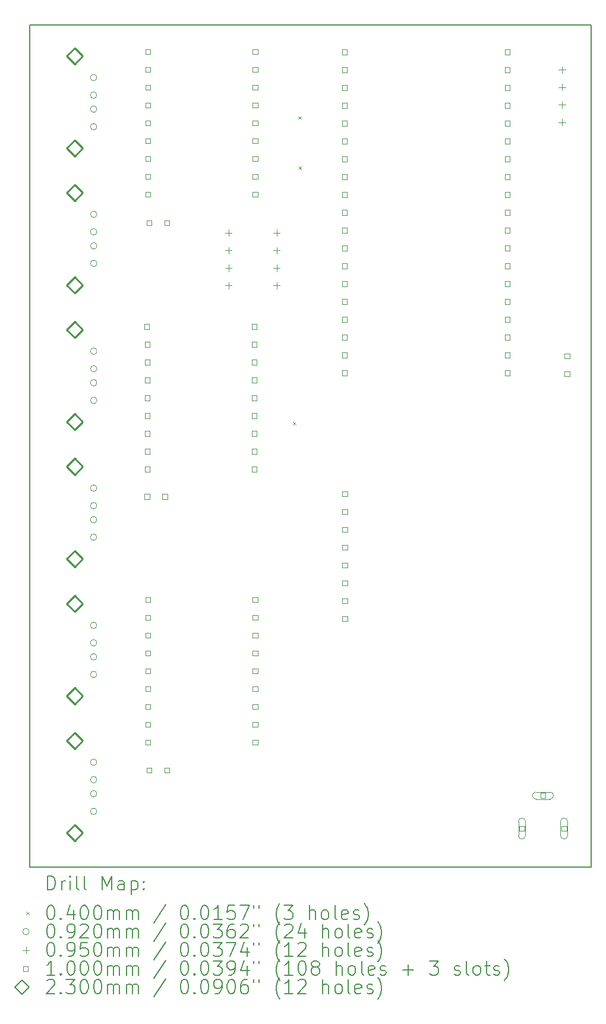
<source format=gbr>
%TF.GenerationSoftware,KiCad,Pcbnew,8.0.1*%
%TF.CreationDate,2024-06-28T04:06:24+07:00*%
%TF.ProjectId,kicad-weight-scale-6-ch,6b696361-642d-4776-9569-6768742d7363,rev?*%
%TF.SameCoordinates,Original*%
%TF.FileFunction,Drillmap*%
%TF.FilePolarity,Positive*%
%FSLAX45Y45*%
G04 Gerber Fmt 4.5, Leading zero omitted, Abs format (unit mm)*
G04 Created by KiCad (PCBNEW 8.0.1) date 2024-06-28 04:06:24*
%MOMM*%
%LPD*%
G01*
G04 APERTURE LIST*
%ADD10C,0.200000*%
%ADD11C,0.100000*%
%ADD12C,0.230000*%
G04 APERTURE END LIST*
D10*
X10388000Y-3354000D02*
X18388000Y-3354000D01*
X18388000Y-15354000D01*
X10388000Y-15354000D01*
X10388000Y-3354000D01*
D11*
X14135000Y-9010000D02*
X14175000Y-9050000D01*
X14175000Y-9010000D02*
X14135000Y-9050000D01*
X14212500Y-4652500D02*
X14252500Y-4692500D01*
X14252500Y-4652500D02*
X14212500Y-4692500D01*
X14217500Y-5367500D02*
X14257500Y-5407500D01*
X14257500Y-5367500D02*
X14217500Y-5407500D01*
X11342000Y-4102000D02*
G75*
G02*
X11250000Y-4102000I-46000J0D01*
G01*
X11250000Y-4102000D02*
G75*
G02*
X11342000Y-4102000I46000J0D01*
G01*
X11342000Y-4352000D02*
G75*
G02*
X11250000Y-4352000I-46000J0D01*
G01*
X11250000Y-4352000D02*
G75*
G02*
X11342000Y-4352000I46000J0D01*
G01*
X11342000Y-4552000D02*
G75*
G02*
X11250000Y-4552000I-46000J0D01*
G01*
X11250000Y-4552000D02*
G75*
G02*
X11342000Y-4552000I46000J0D01*
G01*
X11342000Y-4802000D02*
G75*
G02*
X11250000Y-4802000I-46000J0D01*
G01*
X11250000Y-4802000D02*
G75*
G02*
X11342000Y-4802000I46000J0D01*
G01*
X11342000Y-9950000D02*
G75*
G02*
X11250000Y-9950000I-46000J0D01*
G01*
X11250000Y-9950000D02*
G75*
G02*
X11342000Y-9950000I46000J0D01*
G01*
X11342000Y-10200000D02*
G75*
G02*
X11250000Y-10200000I-46000J0D01*
G01*
X11250000Y-10200000D02*
G75*
G02*
X11342000Y-10200000I46000J0D01*
G01*
X11342000Y-10400000D02*
G75*
G02*
X11250000Y-10400000I-46000J0D01*
G01*
X11250000Y-10400000D02*
G75*
G02*
X11342000Y-10400000I46000J0D01*
G01*
X11342000Y-10650000D02*
G75*
G02*
X11250000Y-10650000I-46000J0D01*
G01*
X11250000Y-10650000D02*
G75*
G02*
X11342000Y-10650000I46000J0D01*
G01*
X11342000Y-11905000D02*
G75*
G02*
X11250000Y-11905000I-46000J0D01*
G01*
X11250000Y-11905000D02*
G75*
G02*
X11342000Y-11905000I46000J0D01*
G01*
X11342000Y-12155000D02*
G75*
G02*
X11250000Y-12155000I-46000J0D01*
G01*
X11250000Y-12155000D02*
G75*
G02*
X11342000Y-12155000I46000J0D01*
G01*
X11342000Y-12355000D02*
G75*
G02*
X11250000Y-12355000I-46000J0D01*
G01*
X11250000Y-12355000D02*
G75*
G02*
X11342000Y-12355000I46000J0D01*
G01*
X11342000Y-12605000D02*
G75*
G02*
X11250000Y-12605000I-46000J0D01*
G01*
X11250000Y-12605000D02*
G75*
G02*
X11342000Y-12605000I46000J0D01*
G01*
X11342000Y-13855000D02*
G75*
G02*
X11250000Y-13855000I-46000J0D01*
G01*
X11250000Y-13855000D02*
G75*
G02*
X11342000Y-13855000I46000J0D01*
G01*
X11342000Y-14105000D02*
G75*
G02*
X11250000Y-14105000I-46000J0D01*
G01*
X11250000Y-14105000D02*
G75*
G02*
X11342000Y-14105000I46000J0D01*
G01*
X11342000Y-14305000D02*
G75*
G02*
X11250000Y-14305000I-46000J0D01*
G01*
X11250000Y-14305000D02*
G75*
G02*
X11342000Y-14305000I46000J0D01*
G01*
X11342000Y-14555000D02*
G75*
G02*
X11250000Y-14555000I-46000J0D01*
G01*
X11250000Y-14555000D02*
G75*
G02*
X11342000Y-14555000I46000J0D01*
G01*
X11343750Y-6050000D02*
G75*
G02*
X11251750Y-6050000I-46000J0D01*
G01*
X11251750Y-6050000D02*
G75*
G02*
X11343750Y-6050000I46000J0D01*
G01*
X11343750Y-6300000D02*
G75*
G02*
X11251750Y-6300000I-46000J0D01*
G01*
X11251750Y-6300000D02*
G75*
G02*
X11343750Y-6300000I46000J0D01*
G01*
X11343750Y-6500000D02*
G75*
G02*
X11251750Y-6500000I-46000J0D01*
G01*
X11251750Y-6500000D02*
G75*
G02*
X11343750Y-6500000I46000J0D01*
G01*
X11343750Y-6750000D02*
G75*
G02*
X11251750Y-6750000I-46000J0D01*
G01*
X11251750Y-6750000D02*
G75*
G02*
X11343750Y-6750000I46000J0D01*
G01*
X11343750Y-8000000D02*
G75*
G02*
X11251750Y-8000000I-46000J0D01*
G01*
X11251750Y-8000000D02*
G75*
G02*
X11343750Y-8000000I46000J0D01*
G01*
X11343750Y-8250000D02*
G75*
G02*
X11251750Y-8250000I-46000J0D01*
G01*
X11251750Y-8250000D02*
G75*
G02*
X11343750Y-8250000I46000J0D01*
G01*
X11343750Y-8450000D02*
G75*
G02*
X11251750Y-8450000I-46000J0D01*
G01*
X11251750Y-8450000D02*
G75*
G02*
X11343750Y-8450000I46000J0D01*
G01*
X11343750Y-8700000D02*
G75*
G02*
X11251750Y-8700000I-46000J0D01*
G01*
X11251750Y-8700000D02*
G75*
G02*
X11343750Y-8700000I46000J0D01*
G01*
X13220000Y-6267500D02*
X13220000Y-6362500D01*
X13172500Y-6315000D02*
X13267500Y-6315000D01*
X13220000Y-6517500D02*
X13220000Y-6612500D01*
X13172500Y-6565000D02*
X13267500Y-6565000D01*
X13220000Y-6767500D02*
X13220000Y-6862500D01*
X13172500Y-6815000D02*
X13267500Y-6815000D01*
X13220000Y-7017500D02*
X13220000Y-7112500D01*
X13172500Y-7065000D02*
X13267500Y-7065000D01*
X13905000Y-6267500D02*
X13905000Y-6362500D01*
X13857500Y-6315000D02*
X13952500Y-6315000D01*
X13905000Y-6517500D02*
X13905000Y-6612500D01*
X13857500Y-6565000D02*
X13952500Y-6565000D01*
X13905000Y-6767500D02*
X13905000Y-6862500D01*
X13857500Y-6815000D02*
X13952500Y-6815000D01*
X13905000Y-7017500D02*
X13905000Y-7112500D01*
X13857500Y-7065000D02*
X13952500Y-7065000D01*
X17972500Y-3942500D02*
X17972500Y-4037500D01*
X17925000Y-3990000D02*
X18020000Y-3990000D01*
X17972500Y-4192500D02*
X17972500Y-4287500D01*
X17925000Y-4240000D02*
X18020000Y-4240000D01*
X17972500Y-4442500D02*
X17972500Y-4537500D01*
X17925000Y-4490000D02*
X18020000Y-4490000D01*
X17972500Y-4692500D02*
X17972500Y-4787500D01*
X17925000Y-4740000D02*
X18020000Y-4740000D01*
X12091356Y-7685356D02*
X12091356Y-7614644D01*
X12020644Y-7614644D01*
X12020644Y-7685356D01*
X12091356Y-7685356D01*
X12093356Y-10105356D02*
X12093356Y-10034644D01*
X12022644Y-10034644D01*
X12022644Y-10105356D01*
X12093356Y-10105356D01*
X12095356Y-7939356D02*
X12095356Y-7868644D01*
X12024644Y-7868644D01*
X12024644Y-7939356D01*
X12095356Y-7939356D01*
X12095356Y-8193356D02*
X12095356Y-8122644D01*
X12024644Y-8122644D01*
X12024644Y-8193356D01*
X12095356Y-8193356D01*
X12095356Y-8447356D02*
X12095356Y-8376644D01*
X12024644Y-8376644D01*
X12024644Y-8447356D01*
X12095356Y-8447356D01*
X12095356Y-8701356D02*
X12095356Y-8630644D01*
X12024644Y-8630644D01*
X12024644Y-8701356D01*
X12095356Y-8701356D01*
X12095356Y-8955356D02*
X12095356Y-8884644D01*
X12024644Y-8884644D01*
X12024644Y-8955356D01*
X12095356Y-8955356D01*
X12095356Y-9209356D02*
X12095356Y-9138644D01*
X12024644Y-9138644D01*
X12024644Y-9209356D01*
X12095356Y-9209356D01*
X12095356Y-9463356D02*
X12095356Y-9392644D01*
X12024644Y-9392644D01*
X12024644Y-9463356D01*
X12095356Y-9463356D01*
X12095356Y-9717356D02*
X12095356Y-9646644D01*
X12024644Y-9646644D01*
X12024644Y-9717356D01*
X12095356Y-9717356D01*
X12103356Y-3769356D02*
X12103356Y-3698644D01*
X12032644Y-3698644D01*
X12032644Y-3769356D01*
X12103356Y-3769356D01*
X12103356Y-11573356D02*
X12103356Y-11502644D01*
X12032644Y-11502644D01*
X12032644Y-11573356D01*
X12103356Y-11573356D01*
X12107356Y-4023356D02*
X12107356Y-3952644D01*
X12036644Y-3952644D01*
X12036644Y-4023356D01*
X12107356Y-4023356D01*
X12107356Y-4277356D02*
X12107356Y-4206644D01*
X12036644Y-4206644D01*
X12036644Y-4277356D01*
X12107356Y-4277356D01*
X12107356Y-4531356D02*
X12107356Y-4460644D01*
X12036644Y-4460644D01*
X12036644Y-4531356D01*
X12107356Y-4531356D01*
X12107356Y-4785356D02*
X12107356Y-4714644D01*
X12036644Y-4714644D01*
X12036644Y-4785356D01*
X12107356Y-4785356D01*
X12107356Y-5039356D02*
X12107356Y-4968644D01*
X12036644Y-4968644D01*
X12036644Y-5039356D01*
X12107356Y-5039356D01*
X12107356Y-5293356D02*
X12107356Y-5222644D01*
X12036644Y-5222644D01*
X12036644Y-5293356D01*
X12107356Y-5293356D01*
X12107356Y-5547356D02*
X12107356Y-5476644D01*
X12036644Y-5476644D01*
X12036644Y-5547356D01*
X12107356Y-5547356D01*
X12107356Y-5801356D02*
X12107356Y-5730644D01*
X12036644Y-5730644D01*
X12036644Y-5801356D01*
X12107356Y-5801356D01*
X12107356Y-11827356D02*
X12107356Y-11756644D01*
X12036644Y-11756644D01*
X12036644Y-11827356D01*
X12107356Y-11827356D01*
X12107356Y-12081356D02*
X12107356Y-12010644D01*
X12036644Y-12010644D01*
X12036644Y-12081356D01*
X12107356Y-12081356D01*
X12107356Y-12335356D02*
X12107356Y-12264644D01*
X12036644Y-12264644D01*
X12036644Y-12335356D01*
X12107356Y-12335356D01*
X12107356Y-12589356D02*
X12107356Y-12518644D01*
X12036644Y-12518644D01*
X12036644Y-12589356D01*
X12107356Y-12589356D01*
X12107356Y-12843356D02*
X12107356Y-12772644D01*
X12036644Y-12772644D01*
X12036644Y-12843356D01*
X12107356Y-12843356D01*
X12107356Y-13097356D02*
X12107356Y-13026644D01*
X12036644Y-13026644D01*
X12036644Y-13097356D01*
X12107356Y-13097356D01*
X12107356Y-13351356D02*
X12107356Y-13280644D01*
X12036644Y-13280644D01*
X12036644Y-13351356D01*
X12107356Y-13351356D01*
X12107356Y-13605356D02*
X12107356Y-13534644D01*
X12036644Y-13534644D01*
X12036644Y-13605356D01*
X12107356Y-13605356D01*
X12120856Y-6205356D02*
X12120856Y-6134644D01*
X12050144Y-6134644D01*
X12050144Y-6205356D01*
X12120856Y-6205356D01*
X12120856Y-14005356D02*
X12120856Y-13934644D01*
X12050144Y-13934644D01*
X12050144Y-14005356D01*
X12120856Y-14005356D01*
X12347356Y-10105356D02*
X12347356Y-10034644D01*
X12276644Y-10034644D01*
X12276644Y-10105356D01*
X12347356Y-10105356D01*
X12374856Y-6205356D02*
X12374856Y-6134644D01*
X12304144Y-6134644D01*
X12304144Y-6205356D01*
X12374856Y-6205356D01*
X12374856Y-14005356D02*
X12374856Y-13934644D01*
X12304144Y-13934644D01*
X12304144Y-14005356D01*
X12374856Y-14005356D01*
X13623356Y-7685356D02*
X13623356Y-7614644D01*
X13552644Y-7614644D01*
X13552644Y-7685356D01*
X13623356Y-7685356D01*
X13623356Y-7939356D02*
X13623356Y-7868644D01*
X13552644Y-7868644D01*
X13552644Y-7939356D01*
X13623356Y-7939356D01*
X13623356Y-8193356D02*
X13623356Y-8122644D01*
X13552644Y-8122644D01*
X13552644Y-8193356D01*
X13623356Y-8193356D01*
X13623356Y-8447356D02*
X13623356Y-8376644D01*
X13552644Y-8376644D01*
X13552644Y-8447356D01*
X13623356Y-8447356D01*
X13623356Y-8701356D02*
X13623356Y-8630644D01*
X13552644Y-8630644D01*
X13552644Y-8701356D01*
X13623356Y-8701356D01*
X13623356Y-8955356D02*
X13623356Y-8884644D01*
X13552644Y-8884644D01*
X13552644Y-8955356D01*
X13623356Y-8955356D01*
X13623356Y-9209356D02*
X13623356Y-9138644D01*
X13552644Y-9138644D01*
X13552644Y-9209356D01*
X13623356Y-9209356D01*
X13623356Y-9463356D02*
X13623356Y-9392644D01*
X13552644Y-9392644D01*
X13552644Y-9463356D01*
X13623356Y-9463356D01*
X13623356Y-9717356D02*
X13623356Y-9646644D01*
X13552644Y-9646644D01*
X13552644Y-9717356D01*
X13623356Y-9717356D01*
X13635356Y-3769356D02*
X13635356Y-3698644D01*
X13564644Y-3698644D01*
X13564644Y-3769356D01*
X13635356Y-3769356D01*
X13635356Y-4023356D02*
X13635356Y-3952644D01*
X13564644Y-3952644D01*
X13564644Y-4023356D01*
X13635356Y-4023356D01*
X13635356Y-4277356D02*
X13635356Y-4206644D01*
X13564644Y-4206644D01*
X13564644Y-4277356D01*
X13635356Y-4277356D01*
X13635356Y-4531356D02*
X13635356Y-4460644D01*
X13564644Y-4460644D01*
X13564644Y-4531356D01*
X13635356Y-4531356D01*
X13635356Y-4785356D02*
X13635356Y-4714644D01*
X13564644Y-4714644D01*
X13564644Y-4785356D01*
X13635356Y-4785356D01*
X13635356Y-5039356D02*
X13635356Y-4968644D01*
X13564644Y-4968644D01*
X13564644Y-5039356D01*
X13635356Y-5039356D01*
X13635356Y-5293356D02*
X13635356Y-5222644D01*
X13564644Y-5222644D01*
X13564644Y-5293356D01*
X13635356Y-5293356D01*
X13635356Y-5547356D02*
X13635356Y-5476644D01*
X13564644Y-5476644D01*
X13564644Y-5547356D01*
X13635356Y-5547356D01*
X13635356Y-5801356D02*
X13635356Y-5730644D01*
X13564644Y-5730644D01*
X13564644Y-5801356D01*
X13635356Y-5801356D01*
X13635356Y-11573356D02*
X13635356Y-11502644D01*
X13564644Y-11502644D01*
X13564644Y-11573356D01*
X13635356Y-11573356D01*
X13635356Y-11827356D02*
X13635356Y-11756644D01*
X13564644Y-11756644D01*
X13564644Y-11827356D01*
X13635356Y-11827356D01*
X13635356Y-12081356D02*
X13635356Y-12010644D01*
X13564644Y-12010644D01*
X13564644Y-12081356D01*
X13635356Y-12081356D01*
X13635356Y-12335356D02*
X13635356Y-12264644D01*
X13564644Y-12264644D01*
X13564644Y-12335356D01*
X13635356Y-12335356D01*
X13635356Y-12589356D02*
X13635356Y-12518644D01*
X13564644Y-12518644D01*
X13564644Y-12589356D01*
X13635356Y-12589356D01*
X13635356Y-12843356D02*
X13635356Y-12772644D01*
X13564644Y-12772644D01*
X13564644Y-12843356D01*
X13635356Y-12843356D01*
X13635356Y-13097356D02*
X13635356Y-13026644D01*
X13564644Y-13026644D01*
X13564644Y-13097356D01*
X13635356Y-13097356D01*
X13635356Y-13351356D02*
X13635356Y-13280644D01*
X13564644Y-13280644D01*
X13564644Y-13351356D01*
X13635356Y-13351356D01*
X13635356Y-13605356D02*
X13635356Y-13534644D01*
X13564644Y-13534644D01*
X13564644Y-13605356D01*
X13635356Y-13605356D01*
X14909356Y-3774356D02*
X14909356Y-3703644D01*
X14838644Y-3703644D01*
X14838644Y-3774356D01*
X14909356Y-3774356D01*
X14909356Y-4028356D02*
X14909356Y-3957644D01*
X14838644Y-3957644D01*
X14838644Y-4028356D01*
X14909356Y-4028356D01*
X14909356Y-4282356D02*
X14909356Y-4211644D01*
X14838644Y-4211644D01*
X14838644Y-4282356D01*
X14909356Y-4282356D01*
X14909356Y-4536356D02*
X14909356Y-4465644D01*
X14838644Y-4465644D01*
X14838644Y-4536356D01*
X14909356Y-4536356D01*
X14909356Y-4790356D02*
X14909356Y-4719644D01*
X14838644Y-4719644D01*
X14838644Y-4790356D01*
X14909356Y-4790356D01*
X14909356Y-5044356D02*
X14909356Y-4973644D01*
X14838644Y-4973644D01*
X14838644Y-5044356D01*
X14909356Y-5044356D01*
X14909356Y-5298356D02*
X14909356Y-5227644D01*
X14838644Y-5227644D01*
X14838644Y-5298356D01*
X14909356Y-5298356D01*
X14909356Y-5552356D02*
X14909356Y-5481644D01*
X14838644Y-5481644D01*
X14838644Y-5552356D01*
X14909356Y-5552356D01*
X14909356Y-5806356D02*
X14909356Y-5735644D01*
X14838644Y-5735644D01*
X14838644Y-5806356D01*
X14909356Y-5806356D01*
X14909356Y-6060356D02*
X14909356Y-5989644D01*
X14838644Y-5989644D01*
X14838644Y-6060356D01*
X14909356Y-6060356D01*
X14909356Y-6314356D02*
X14909356Y-6243644D01*
X14838644Y-6243644D01*
X14838644Y-6314356D01*
X14909356Y-6314356D01*
X14909356Y-6568356D02*
X14909356Y-6497644D01*
X14838644Y-6497644D01*
X14838644Y-6568356D01*
X14909356Y-6568356D01*
X14909356Y-6822356D02*
X14909356Y-6751644D01*
X14838644Y-6751644D01*
X14838644Y-6822356D01*
X14909356Y-6822356D01*
X14909356Y-7076356D02*
X14909356Y-7005644D01*
X14838644Y-7005644D01*
X14838644Y-7076356D01*
X14909356Y-7076356D01*
X14909356Y-7330356D02*
X14909356Y-7259644D01*
X14838644Y-7259644D01*
X14838644Y-7330356D01*
X14909356Y-7330356D01*
X14909356Y-7584356D02*
X14909356Y-7513644D01*
X14838644Y-7513644D01*
X14838644Y-7584356D01*
X14909356Y-7584356D01*
X14909356Y-7838356D02*
X14909356Y-7767644D01*
X14838644Y-7767644D01*
X14838644Y-7838356D01*
X14909356Y-7838356D01*
X14909356Y-8092356D02*
X14909356Y-8021644D01*
X14838644Y-8021644D01*
X14838644Y-8092356D01*
X14909356Y-8092356D01*
X14909356Y-8346356D02*
X14909356Y-8275644D01*
X14838644Y-8275644D01*
X14838644Y-8346356D01*
X14909356Y-8346356D01*
X14913356Y-10069356D02*
X14913356Y-9998644D01*
X14842644Y-9998644D01*
X14842644Y-10069356D01*
X14913356Y-10069356D01*
X14913356Y-10323356D02*
X14913356Y-10252644D01*
X14842644Y-10252644D01*
X14842644Y-10323356D01*
X14913356Y-10323356D01*
X14913356Y-10577356D02*
X14913356Y-10506644D01*
X14842644Y-10506644D01*
X14842644Y-10577356D01*
X14913356Y-10577356D01*
X14913356Y-10831356D02*
X14913356Y-10760644D01*
X14842644Y-10760644D01*
X14842644Y-10831356D01*
X14913356Y-10831356D01*
X14913356Y-11085356D02*
X14913356Y-11014644D01*
X14842644Y-11014644D01*
X14842644Y-11085356D01*
X14913356Y-11085356D01*
X14913356Y-11339356D02*
X14913356Y-11268644D01*
X14842644Y-11268644D01*
X14842644Y-11339356D01*
X14913356Y-11339356D01*
X14913356Y-11593356D02*
X14913356Y-11522644D01*
X14842644Y-11522644D01*
X14842644Y-11593356D01*
X14913356Y-11593356D01*
X14913356Y-11847356D02*
X14913356Y-11776644D01*
X14842644Y-11776644D01*
X14842644Y-11847356D01*
X14913356Y-11847356D01*
X17225356Y-3774356D02*
X17225356Y-3703644D01*
X17154644Y-3703644D01*
X17154644Y-3774356D01*
X17225356Y-3774356D01*
X17225356Y-4028356D02*
X17225356Y-3957644D01*
X17154644Y-3957644D01*
X17154644Y-4028356D01*
X17225356Y-4028356D01*
X17225356Y-4282356D02*
X17225356Y-4211644D01*
X17154644Y-4211644D01*
X17154644Y-4282356D01*
X17225356Y-4282356D01*
X17225356Y-4536356D02*
X17225356Y-4465644D01*
X17154644Y-4465644D01*
X17154644Y-4536356D01*
X17225356Y-4536356D01*
X17225356Y-4790356D02*
X17225356Y-4719644D01*
X17154644Y-4719644D01*
X17154644Y-4790356D01*
X17225356Y-4790356D01*
X17225356Y-5044356D02*
X17225356Y-4973644D01*
X17154644Y-4973644D01*
X17154644Y-5044356D01*
X17225356Y-5044356D01*
X17225356Y-5298356D02*
X17225356Y-5227644D01*
X17154644Y-5227644D01*
X17154644Y-5298356D01*
X17225356Y-5298356D01*
X17225356Y-5552356D02*
X17225356Y-5481644D01*
X17154644Y-5481644D01*
X17154644Y-5552356D01*
X17225356Y-5552356D01*
X17225356Y-5806356D02*
X17225356Y-5735644D01*
X17154644Y-5735644D01*
X17154644Y-5806356D01*
X17225356Y-5806356D01*
X17225356Y-6060356D02*
X17225356Y-5989644D01*
X17154644Y-5989644D01*
X17154644Y-6060356D01*
X17225356Y-6060356D01*
X17225356Y-6314356D02*
X17225356Y-6243644D01*
X17154644Y-6243644D01*
X17154644Y-6314356D01*
X17225356Y-6314356D01*
X17225356Y-6568356D02*
X17225356Y-6497644D01*
X17154644Y-6497644D01*
X17154644Y-6568356D01*
X17225356Y-6568356D01*
X17225356Y-6822356D02*
X17225356Y-6751644D01*
X17154644Y-6751644D01*
X17154644Y-6822356D01*
X17225356Y-6822356D01*
X17225356Y-7076356D02*
X17225356Y-7005644D01*
X17154644Y-7005644D01*
X17154644Y-7076356D01*
X17225356Y-7076356D01*
X17225356Y-7330356D02*
X17225356Y-7259644D01*
X17154644Y-7259644D01*
X17154644Y-7330356D01*
X17225356Y-7330356D01*
X17225356Y-7584356D02*
X17225356Y-7513644D01*
X17154644Y-7513644D01*
X17154644Y-7584356D01*
X17225356Y-7584356D01*
X17225356Y-7838356D02*
X17225356Y-7767644D01*
X17154644Y-7767644D01*
X17154644Y-7838356D01*
X17225356Y-7838356D01*
X17225356Y-8092356D02*
X17225356Y-8021644D01*
X17154644Y-8021644D01*
X17154644Y-8092356D01*
X17225356Y-8092356D01*
X17225356Y-8346356D02*
X17225356Y-8275644D01*
X17154644Y-8275644D01*
X17154644Y-8346356D01*
X17225356Y-8346356D01*
X17435356Y-14836106D02*
X17435356Y-14765394D01*
X17364644Y-14765394D01*
X17364644Y-14836106D01*
X17435356Y-14836106D01*
X17450000Y-14900750D02*
X17450000Y-14700750D01*
X17350000Y-14700750D02*
G75*
G02*
X17450000Y-14700750I50000J0D01*
G01*
X17350000Y-14700750D02*
X17350000Y-14900750D01*
X17350000Y-14900750D02*
G75*
G03*
X17450000Y-14900750I50000J0D01*
G01*
X17735356Y-14366106D02*
X17735356Y-14295394D01*
X17664644Y-14295394D01*
X17664644Y-14366106D01*
X17735356Y-14366106D01*
X17800000Y-14280750D02*
X17600000Y-14280750D01*
X17600000Y-14380750D02*
G75*
G02*
X17600000Y-14280750I0J50000D01*
G01*
X17600000Y-14380750D02*
X17800000Y-14380750D01*
X17800000Y-14380750D02*
G75*
G03*
X17800000Y-14280750I0J50000D01*
G01*
X18035356Y-14836106D02*
X18035356Y-14765394D01*
X17964644Y-14765394D01*
X17964644Y-14836106D01*
X18035356Y-14836106D01*
X18050000Y-14900750D02*
X18050000Y-14700750D01*
X17950000Y-14700750D02*
G75*
G02*
X18050000Y-14700750I50000J0D01*
G01*
X17950000Y-14700750D02*
X17950000Y-14900750D01*
X17950000Y-14900750D02*
G75*
G03*
X18050000Y-14900750I50000J0D01*
G01*
X18080356Y-8102856D02*
X18080356Y-8032144D01*
X18009644Y-8032144D01*
X18009644Y-8102856D01*
X18080356Y-8102856D01*
X18080356Y-8356856D02*
X18080356Y-8286144D01*
X18009644Y-8286144D01*
X18009644Y-8356856D01*
X18080356Y-8356856D01*
D12*
X11025000Y-3910000D02*
X11140000Y-3795000D01*
X11025000Y-3680000D01*
X10910000Y-3795000D01*
X11025000Y-3910000D01*
X11025000Y-5224000D02*
X11140000Y-5109000D01*
X11025000Y-4994000D01*
X10910000Y-5109000D01*
X11025000Y-5224000D01*
X11025000Y-9758000D02*
X11140000Y-9643000D01*
X11025000Y-9528000D01*
X10910000Y-9643000D01*
X11025000Y-9758000D01*
X11025000Y-11072000D02*
X11140000Y-10957000D01*
X11025000Y-10842000D01*
X10910000Y-10957000D01*
X11025000Y-11072000D01*
X11025000Y-11713000D02*
X11140000Y-11598000D01*
X11025000Y-11483000D01*
X10910000Y-11598000D01*
X11025000Y-11713000D01*
X11025000Y-13027000D02*
X11140000Y-12912000D01*
X11025000Y-12797000D01*
X10910000Y-12912000D01*
X11025000Y-13027000D01*
X11025000Y-13663000D02*
X11140000Y-13548000D01*
X11025000Y-13433000D01*
X10910000Y-13548000D01*
X11025000Y-13663000D01*
X11025000Y-14977000D02*
X11140000Y-14862000D01*
X11025000Y-14747000D01*
X10910000Y-14862000D01*
X11025000Y-14977000D01*
X11026750Y-5858000D02*
X11141750Y-5743000D01*
X11026750Y-5628000D01*
X10911750Y-5743000D01*
X11026750Y-5858000D01*
X11026750Y-7172000D02*
X11141750Y-7057000D01*
X11026750Y-6942000D01*
X10911750Y-7057000D01*
X11026750Y-7172000D01*
X11026750Y-7808000D02*
X11141750Y-7693000D01*
X11026750Y-7578000D01*
X10911750Y-7693000D01*
X11026750Y-7808000D01*
X11026750Y-9122000D02*
X11141750Y-9007000D01*
X11026750Y-8892000D01*
X10911750Y-9007000D01*
X11026750Y-9122000D01*
D10*
X10638777Y-15675484D02*
X10638777Y-15475484D01*
X10638777Y-15475484D02*
X10686396Y-15475484D01*
X10686396Y-15475484D02*
X10714967Y-15485008D01*
X10714967Y-15485008D02*
X10734015Y-15504055D01*
X10734015Y-15504055D02*
X10743539Y-15523103D01*
X10743539Y-15523103D02*
X10753063Y-15561198D01*
X10753063Y-15561198D02*
X10753063Y-15589769D01*
X10753063Y-15589769D02*
X10743539Y-15627865D01*
X10743539Y-15627865D02*
X10734015Y-15646912D01*
X10734015Y-15646912D02*
X10714967Y-15665960D01*
X10714967Y-15665960D02*
X10686396Y-15675484D01*
X10686396Y-15675484D02*
X10638777Y-15675484D01*
X10838777Y-15675484D02*
X10838777Y-15542150D01*
X10838777Y-15580246D02*
X10848301Y-15561198D01*
X10848301Y-15561198D02*
X10857824Y-15551674D01*
X10857824Y-15551674D02*
X10876872Y-15542150D01*
X10876872Y-15542150D02*
X10895920Y-15542150D01*
X10962586Y-15675484D02*
X10962586Y-15542150D01*
X10962586Y-15475484D02*
X10953063Y-15485008D01*
X10953063Y-15485008D02*
X10962586Y-15494531D01*
X10962586Y-15494531D02*
X10972110Y-15485008D01*
X10972110Y-15485008D02*
X10962586Y-15475484D01*
X10962586Y-15475484D02*
X10962586Y-15494531D01*
X11086396Y-15675484D02*
X11067348Y-15665960D01*
X11067348Y-15665960D02*
X11057824Y-15646912D01*
X11057824Y-15646912D02*
X11057824Y-15475484D01*
X11191158Y-15675484D02*
X11172110Y-15665960D01*
X11172110Y-15665960D02*
X11162586Y-15646912D01*
X11162586Y-15646912D02*
X11162586Y-15475484D01*
X11419729Y-15675484D02*
X11419729Y-15475484D01*
X11419729Y-15475484D02*
X11486396Y-15618341D01*
X11486396Y-15618341D02*
X11553062Y-15475484D01*
X11553062Y-15475484D02*
X11553062Y-15675484D01*
X11734015Y-15675484D02*
X11734015Y-15570722D01*
X11734015Y-15570722D02*
X11724491Y-15551674D01*
X11724491Y-15551674D02*
X11705443Y-15542150D01*
X11705443Y-15542150D02*
X11667348Y-15542150D01*
X11667348Y-15542150D02*
X11648301Y-15551674D01*
X11734015Y-15665960D02*
X11714967Y-15675484D01*
X11714967Y-15675484D02*
X11667348Y-15675484D01*
X11667348Y-15675484D02*
X11648301Y-15665960D01*
X11648301Y-15665960D02*
X11638777Y-15646912D01*
X11638777Y-15646912D02*
X11638777Y-15627865D01*
X11638777Y-15627865D02*
X11648301Y-15608817D01*
X11648301Y-15608817D02*
X11667348Y-15599293D01*
X11667348Y-15599293D02*
X11714967Y-15599293D01*
X11714967Y-15599293D02*
X11734015Y-15589769D01*
X11829253Y-15542150D02*
X11829253Y-15742150D01*
X11829253Y-15551674D02*
X11848301Y-15542150D01*
X11848301Y-15542150D02*
X11886396Y-15542150D01*
X11886396Y-15542150D02*
X11905443Y-15551674D01*
X11905443Y-15551674D02*
X11914967Y-15561198D01*
X11914967Y-15561198D02*
X11924491Y-15580246D01*
X11924491Y-15580246D02*
X11924491Y-15637388D01*
X11924491Y-15637388D02*
X11914967Y-15656436D01*
X11914967Y-15656436D02*
X11905443Y-15665960D01*
X11905443Y-15665960D02*
X11886396Y-15675484D01*
X11886396Y-15675484D02*
X11848301Y-15675484D01*
X11848301Y-15675484D02*
X11829253Y-15665960D01*
X12010205Y-15656436D02*
X12019729Y-15665960D01*
X12019729Y-15665960D02*
X12010205Y-15675484D01*
X12010205Y-15675484D02*
X12000682Y-15665960D01*
X12000682Y-15665960D02*
X12010205Y-15656436D01*
X12010205Y-15656436D02*
X12010205Y-15675484D01*
X12010205Y-15551674D02*
X12019729Y-15561198D01*
X12019729Y-15561198D02*
X12010205Y-15570722D01*
X12010205Y-15570722D02*
X12000682Y-15561198D01*
X12000682Y-15561198D02*
X12010205Y-15551674D01*
X12010205Y-15551674D02*
X12010205Y-15570722D01*
D11*
X10338000Y-15984000D02*
X10378000Y-16024000D01*
X10378000Y-15984000D02*
X10338000Y-16024000D01*
D10*
X10676872Y-15895484D02*
X10695920Y-15895484D01*
X10695920Y-15895484D02*
X10714967Y-15905008D01*
X10714967Y-15905008D02*
X10724491Y-15914531D01*
X10724491Y-15914531D02*
X10734015Y-15933579D01*
X10734015Y-15933579D02*
X10743539Y-15971674D01*
X10743539Y-15971674D02*
X10743539Y-16019293D01*
X10743539Y-16019293D02*
X10734015Y-16057388D01*
X10734015Y-16057388D02*
X10724491Y-16076436D01*
X10724491Y-16076436D02*
X10714967Y-16085960D01*
X10714967Y-16085960D02*
X10695920Y-16095484D01*
X10695920Y-16095484D02*
X10676872Y-16095484D01*
X10676872Y-16095484D02*
X10657824Y-16085960D01*
X10657824Y-16085960D02*
X10648301Y-16076436D01*
X10648301Y-16076436D02*
X10638777Y-16057388D01*
X10638777Y-16057388D02*
X10629253Y-16019293D01*
X10629253Y-16019293D02*
X10629253Y-15971674D01*
X10629253Y-15971674D02*
X10638777Y-15933579D01*
X10638777Y-15933579D02*
X10648301Y-15914531D01*
X10648301Y-15914531D02*
X10657824Y-15905008D01*
X10657824Y-15905008D02*
X10676872Y-15895484D01*
X10829253Y-16076436D02*
X10838777Y-16085960D01*
X10838777Y-16085960D02*
X10829253Y-16095484D01*
X10829253Y-16095484D02*
X10819729Y-16085960D01*
X10819729Y-16085960D02*
X10829253Y-16076436D01*
X10829253Y-16076436D02*
X10829253Y-16095484D01*
X11010205Y-15962150D02*
X11010205Y-16095484D01*
X10962586Y-15885960D02*
X10914967Y-16028817D01*
X10914967Y-16028817D02*
X11038777Y-16028817D01*
X11153063Y-15895484D02*
X11172110Y-15895484D01*
X11172110Y-15895484D02*
X11191158Y-15905008D01*
X11191158Y-15905008D02*
X11200682Y-15914531D01*
X11200682Y-15914531D02*
X11210205Y-15933579D01*
X11210205Y-15933579D02*
X11219729Y-15971674D01*
X11219729Y-15971674D02*
X11219729Y-16019293D01*
X11219729Y-16019293D02*
X11210205Y-16057388D01*
X11210205Y-16057388D02*
X11200682Y-16076436D01*
X11200682Y-16076436D02*
X11191158Y-16085960D01*
X11191158Y-16085960D02*
X11172110Y-16095484D01*
X11172110Y-16095484D02*
X11153063Y-16095484D01*
X11153063Y-16095484D02*
X11134015Y-16085960D01*
X11134015Y-16085960D02*
X11124491Y-16076436D01*
X11124491Y-16076436D02*
X11114967Y-16057388D01*
X11114967Y-16057388D02*
X11105444Y-16019293D01*
X11105444Y-16019293D02*
X11105444Y-15971674D01*
X11105444Y-15971674D02*
X11114967Y-15933579D01*
X11114967Y-15933579D02*
X11124491Y-15914531D01*
X11124491Y-15914531D02*
X11134015Y-15905008D01*
X11134015Y-15905008D02*
X11153063Y-15895484D01*
X11343539Y-15895484D02*
X11362586Y-15895484D01*
X11362586Y-15895484D02*
X11381634Y-15905008D01*
X11381634Y-15905008D02*
X11391158Y-15914531D01*
X11391158Y-15914531D02*
X11400682Y-15933579D01*
X11400682Y-15933579D02*
X11410205Y-15971674D01*
X11410205Y-15971674D02*
X11410205Y-16019293D01*
X11410205Y-16019293D02*
X11400682Y-16057388D01*
X11400682Y-16057388D02*
X11391158Y-16076436D01*
X11391158Y-16076436D02*
X11381634Y-16085960D01*
X11381634Y-16085960D02*
X11362586Y-16095484D01*
X11362586Y-16095484D02*
X11343539Y-16095484D01*
X11343539Y-16095484D02*
X11324491Y-16085960D01*
X11324491Y-16085960D02*
X11314967Y-16076436D01*
X11314967Y-16076436D02*
X11305443Y-16057388D01*
X11305443Y-16057388D02*
X11295920Y-16019293D01*
X11295920Y-16019293D02*
X11295920Y-15971674D01*
X11295920Y-15971674D02*
X11305443Y-15933579D01*
X11305443Y-15933579D02*
X11314967Y-15914531D01*
X11314967Y-15914531D02*
X11324491Y-15905008D01*
X11324491Y-15905008D02*
X11343539Y-15895484D01*
X11495920Y-16095484D02*
X11495920Y-15962150D01*
X11495920Y-15981198D02*
X11505443Y-15971674D01*
X11505443Y-15971674D02*
X11524491Y-15962150D01*
X11524491Y-15962150D02*
X11553063Y-15962150D01*
X11553063Y-15962150D02*
X11572110Y-15971674D01*
X11572110Y-15971674D02*
X11581634Y-15990722D01*
X11581634Y-15990722D02*
X11581634Y-16095484D01*
X11581634Y-15990722D02*
X11591158Y-15971674D01*
X11591158Y-15971674D02*
X11610205Y-15962150D01*
X11610205Y-15962150D02*
X11638777Y-15962150D01*
X11638777Y-15962150D02*
X11657824Y-15971674D01*
X11657824Y-15971674D02*
X11667348Y-15990722D01*
X11667348Y-15990722D02*
X11667348Y-16095484D01*
X11762586Y-16095484D02*
X11762586Y-15962150D01*
X11762586Y-15981198D02*
X11772110Y-15971674D01*
X11772110Y-15971674D02*
X11791158Y-15962150D01*
X11791158Y-15962150D02*
X11819729Y-15962150D01*
X11819729Y-15962150D02*
X11838777Y-15971674D01*
X11838777Y-15971674D02*
X11848301Y-15990722D01*
X11848301Y-15990722D02*
X11848301Y-16095484D01*
X11848301Y-15990722D02*
X11857824Y-15971674D01*
X11857824Y-15971674D02*
X11876872Y-15962150D01*
X11876872Y-15962150D02*
X11905443Y-15962150D01*
X11905443Y-15962150D02*
X11924491Y-15971674D01*
X11924491Y-15971674D02*
X11934015Y-15990722D01*
X11934015Y-15990722D02*
X11934015Y-16095484D01*
X12324491Y-15885960D02*
X12153063Y-16143103D01*
X12581634Y-15895484D02*
X12600682Y-15895484D01*
X12600682Y-15895484D02*
X12619729Y-15905008D01*
X12619729Y-15905008D02*
X12629253Y-15914531D01*
X12629253Y-15914531D02*
X12638777Y-15933579D01*
X12638777Y-15933579D02*
X12648301Y-15971674D01*
X12648301Y-15971674D02*
X12648301Y-16019293D01*
X12648301Y-16019293D02*
X12638777Y-16057388D01*
X12638777Y-16057388D02*
X12629253Y-16076436D01*
X12629253Y-16076436D02*
X12619729Y-16085960D01*
X12619729Y-16085960D02*
X12600682Y-16095484D01*
X12600682Y-16095484D02*
X12581634Y-16095484D01*
X12581634Y-16095484D02*
X12562586Y-16085960D01*
X12562586Y-16085960D02*
X12553063Y-16076436D01*
X12553063Y-16076436D02*
X12543539Y-16057388D01*
X12543539Y-16057388D02*
X12534015Y-16019293D01*
X12534015Y-16019293D02*
X12534015Y-15971674D01*
X12534015Y-15971674D02*
X12543539Y-15933579D01*
X12543539Y-15933579D02*
X12553063Y-15914531D01*
X12553063Y-15914531D02*
X12562586Y-15905008D01*
X12562586Y-15905008D02*
X12581634Y-15895484D01*
X12734015Y-16076436D02*
X12743539Y-16085960D01*
X12743539Y-16085960D02*
X12734015Y-16095484D01*
X12734015Y-16095484D02*
X12724491Y-16085960D01*
X12724491Y-16085960D02*
X12734015Y-16076436D01*
X12734015Y-16076436D02*
X12734015Y-16095484D01*
X12867348Y-15895484D02*
X12886396Y-15895484D01*
X12886396Y-15895484D02*
X12905444Y-15905008D01*
X12905444Y-15905008D02*
X12914967Y-15914531D01*
X12914967Y-15914531D02*
X12924491Y-15933579D01*
X12924491Y-15933579D02*
X12934015Y-15971674D01*
X12934015Y-15971674D02*
X12934015Y-16019293D01*
X12934015Y-16019293D02*
X12924491Y-16057388D01*
X12924491Y-16057388D02*
X12914967Y-16076436D01*
X12914967Y-16076436D02*
X12905444Y-16085960D01*
X12905444Y-16085960D02*
X12886396Y-16095484D01*
X12886396Y-16095484D02*
X12867348Y-16095484D01*
X12867348Y-16095484D02*
X12848301Y-16085960D01*
X12848301Y-16085960D02*
X12838777Y-16076436D01*
X12838777Y-16076436D02*
X12829253Y-16057388D01*
X12829253Y-16057388D02*
X12819729Y-16019293D01*
X12819729Y-16019293D02*
X12819729Y-15971674D01*
X12819729Y-15971674D02*
X12829253Y-15933579D01*
X12829253Y-15933579D02*
X12838777Y-15914531D01*
X12838777Y-15914531D02*
X12848301Y-15905008D01*
X12848301Y-15905008D02*
X12867348Y-15895484D01*
X13124491Y-16095484D02*
X13010206Y-16095484D01*
X13067348Y-16095484D02*
X13067348Y-15895484D01*
X13067348Y-15895484D02*
X13048301Y-15924055D01*
X13048301Y-15924055D02*
X13029253Y-15943103D01*
X13029253Y-15943103D02*
X13010206Y-15952627D01*
X13305444Y-15895484D02*
X13210206Y-15895484D01*
X13210206Y-15895484D02*
X13200682Y-15990722D01*
X13200682Y-15990722D02*
X13210206Y-15981198D01*
X13210206Y-15981198D02*
X13229253Y-15971674D01*
X13229253Y-15971674D02*
X13276872Y-15971674D01*
X13276872Y-15971674D02*
X13295920Y-15981198D01*
X13295920Y-15981198D02*
X13305444Y-15990722D01*
X13305444Y-15990722D02*
X13314967Y-16009769D01*
X13314967Y-16009769D02*
X13314967Y-16057388D01*
X13314967Y-16057388D02*
X13305444Y-16076436D01*
X13305444Y-16076436D02*
X13295920Y-16085960D01*
X13295920Y-16085960D02*
X13276872Y-16095484D01*
X13276872Y-16095484D02*
X13229253Y-16095484D01*
X13229253Y-16095484D02*
X13210206Y-16085960D01*
X13210206Y-16085960D02*
X13200682Y-16076436D01*
X13381634Y-15895484D02*
X13514967Y-15895484D01*
X13514967Y-15895484D02*
X13429253Y-16095484D01*
X13581634Y-15895484D02*
X13581634Y-15933579D01*
X13657825Y-15895484D02*
X13657825Y-15933579D01*
X13953063Y-16171674D02*
X13943539Y-16162150D01*
X13943539Y-16162150D02*
X13924491Y-16133579D01*
X13924491Y-16133579D02*
X13914968Y-16114531D01*
X13914968Y-16114531D02*
X13905444Y-16085960D01*
X13905444Y-16085960D02*
X13895920Y-16038341D01*
X13895920Y-16038341D02*
X13895920Y-16000246D01*
X13895920Y-16000246D02*
X13905444Y-15952627D01*
X13905444Y-15952627D02*
X13914968Y-15924055D01*
X13914968Y-15924055D02*
X13924491Y-15905008D01*
X13924491Y-15905008D02*
X13943539Y-15876436D01*
X13943539Y-15876436D02*
X13953063Y-15866912D01*
X14010206Y-15895484D02*
X14134015Y-15895484D01*
X14134015Y-15895484D02*
X14067348Y-15971674D01*
X14067348Y-15971674D02*
X14095920Y-15971674D01*
X14095920Y-15971674D02*
X14114968Y-15981198D01*
X14114968Y-15981198D02*
X14124491Y-15990722D01*
X14124491Y-15990722D02*
X14134015Y-16009769D01*
X14134015Y-16009769D02*
X14134015Y-16057388D01*
X14134015Y-16057388D02*
X14124491Y-16076436D01*
X14124491Y-16076436D02*
X14114968Y-16085960D01*
X14114968Y-16085960D02*
X14095920Y-16095484D01*
X14095920Y-16095484D02*
X14038777Y-16095484D01*
X14038777Y-16095484D02*
X14019729Y-16085960D01*
X14019729Y-16085960D02*
X14010206Y-16076436D01*
X14372110Y-16095484D02*
X14372110Y-15895484D01*
X14457825Y-16095484D02*
X14457825Y-15990722D01*
X14457825Y-15990722D02*
X14448301Y-15971674D01*
X14448301Y-15971674D02*
X14429253Y-15962150D01*
X14429253Y-15962150D02*
X14400682Y-15962150D01*
X14400682Y-15962150D02*
X14381634Y-15971674D01*
X14381634Y-15971674D02*
X14372110Y-15981198D01*
X14581634Y-16095484D02*
X14562587Y-16085960D01*
X14562587Y-16085960D02*
X14553063Y-16076436D01*
X14553063Y-16076436D02*
X14543539Y-16057388D01*
X14543539Y-16057388D02*
X14543539Y-16000246D01*
X14543539Y-16000246D02*
X14553063Y-15981198D01*
X14553063Y-15981198D02*
X14562587Y-15971674D01*
X14562587Y-15971674D02*
X14581634Y-15962150D01*
X14581634Y-15962150D02*
X14610206Y-15962150D01*
X14610206Y-15962150D02*
X14629253Y-15971674D01*
X14629253Y-15971674D02*
X14638777Y-15981198D01*
X14638777Y-15981198D02*
X14648301Y-16000246D01*
X14648301Y-16000246D02*
X14648301Y-16057388D01*
X14648301Y-16057388D02*
X14638777Y-16076436D01*
X14638777Y-16076436D02*
X14629253Y-16085960D01*
X14629253Y-16085960D02*
X14610206Y-16095484D01*
X14610206Y-16095484D02*
X14581634Y-16095484D01*
X14762587Y-16095484D02*
X14743539Y-16085960D01*
X14743539Y-16085960D02*
X14734015Y-16066912D01*
X14734015Y-16066912D02*
X14734015Y-15895484D01*
X14914968Y-16085960D02*
X14895920Y-16095484D01*
X14895920Y-16095484D02*
X14857825Y-16095484D01*
X14857825Y-16095484D02*
X14838777Y-16085960D01*
X14838777Y-16085960D02*
X14829253Y-16066912D01*
X14829253Y-16066912D02*
X14829253Y-15990722D01*
X14829253Y-15990722D02*
X14838777Y-15971674D01*
X14838777Y-15971674D02*
X14857825Y-15962150D01*
X14857825Y-15962150D02*
X14895920Y-15962150D01*
X14895920Y-15962150D02*
X14914968Y-15971674D01*
X14914968Y-15971674D02*
X14924491Y-15990722D01*
X14924491Y-15990722D02*
X14924491Y-16009769D01*
X14924491Y-16009769D02*
X14829253Y-16028817D01*
X15000682Y-16085960D02*
X15019730Y-16095484D01*
X15019730Y-16095484D02*
X15057825Y-16095484D01*
X15057825Y-16095484D02*
X15076872Y-16085960D01*
X15076872Y-16085960D02*
X15086396Y-16066912D01*
X15086396Y-16066912D02*
X15086396Y-16057388D01*
X15086396Y-16057388D02*
X15076872Y-16038341D01*
X15076872Y-16038341D02*
X15057825Y-16028817D01*
X15057825Y-16028817D02*
X15029253Y-16028817D01*
X15029253Y-16028817D02*
X15010206Y-16019293D01*
X15010206Y-16019293D02*
X15000682Y-16000246D01*
X15000682Y-16000246D02*
X15000682Y-15990722D01*
X15000682Y-15990722D02*
X15010206Y-15971674D01*
X15010206Y-15971674D02*
X15029253Y-15962150D01*
X15029253Y-15962150D02*
X15057825Y-15962150D01*
X15057825Y-15962150D02*
X15076872Y-15971674D01*
X15153063Y-16171674D02*
X15162587Y-16162150D01*
X15162587Y-16162150D02*
X15181634Y-16133579D01*
X15181634Y-16133579D02*
X15191158Y-16114531D01*
X15191158Y-16114531D02*
X15200682Y-16085960D01*
X15200682Y-16085960D02*
X15210206Y-16038341D01*
X15210206Y-16038341D02*
X15210206Y-16000246D01*
X15210206Y-16000246D02*
X15200682Y-15952627D01*
X15200682Y-15952627D02*
X15191158Y-15924055D01*
X15191158Y-15924055D02*
X15181634Y-15905008D01*
X15181634Y-15905008D02*
X15162587Y-15876436D01*
X15162587Y-15876436D02*
X15153063Y-15866912D01*
D11*
X10378000Y-16268000D02*
G75*
G02*
X10286000Y-16268000I-46000J0D01*
G01*
X10286000Y-16268000D02*
G75*
G02*
X10378000Y-16268000I46000J0D01*
G01*
D10*
X10676872Y-16159484D02*
X10695920Y-16159484D01*
X10695920Y-16159484D02*
X10714967Y-16169008D01*
X10714967Y-16169008D02*
X10724491Y-16178531D01*
X10724491Y-16178531D02*
X10734015Y-16197579D01*
X10734015Y-16197579D02*
X10743539Y-16235674D01*
X10743539Y-16235674D02*
X10743539Y-16283293D01*
X10743539Y-16283293D02*
X10734015Y-16321388D01*
X10734015Y-16321388D02*
X10724491Y-16340436D01*
X10724491Y-16340436D02*
X10714967Y-16349960D01*
X10714967Y-16349960D02*
X10695920Y-16359484D01*
X10695920Y-16359484D02*
X10676872Y-16359484D01*
X10676872Y-16359484D02*
X10657824Y-16349960D01*
X10657824Y-16349960D02*
X10648301Y-16340436D01*
X10648301Y-16340436D02*
X10638777Y-16321388D01*
X10638777Y-16321388D02*
X10629253Y-16283293D01*
X10629253Y-16283293D02*
X10629253Y-16235674D01*
X10629253Y-16235674D02*
X10638777Y-16197579D01*
X10638777Y-16197579D02*
X10648301Y-16178531D01*
X10648301Y-16178531D02*
X10657824Y-16169008D01*
X10657824Y-16169008D02*
X10676872Y-16159484D01*
X10829253Y-16340436D02*
X10838777Y-16349960D01*
X10838777Y-16349960D02*
X10829253Y-16359484D01*
X10829253Y-16359484D02*
X10819729Y-16349960D01*
X10819729Y-16349960D02*
X10829253Y-16340436D01*
X10829253Y-16340436D02*
X10829253Y-16359484D01*
X10934015Y-16359484D02*
X10972110Y-16359484D01*
X10972110Y-16359484D02*
X10991158Y-16349960D01*
X10991158Y-16349960D02*
X11000682Y-16340436D01*
X11000682Y-16340436D02*
X11019729Y-16311865D01*
X11019729Y-16311865D02*
X11029253Y-16273769D01*
X11029253Y-16273769D02*
X11029253Y-16197579D01*
X11029253Y-16197579D02*
X11019729Y-16178531D01*
X11019729Y-16178531D02*
X11010205Y-16169008D01*
X11010205Y-16169008D02*
X10991158Y-16159484D01*
X10991158Y-16159484D02*
X10953063Y-16159484D01*
X10953063Y-16159484D02*
X10934015Y-16169008D01*
X10934015Y-16169008D02*
X10924491Y-16178531D01*
X10924491Y-16178531D02*
X10914967Y-16197579D01*
X10914967Y-16197579D02*
X10914967Y-16245198D01*
X10914967Y-16245198D02*
X10924491Y-16264246D01*
X10924491Y-16264246D02*
X10934015Y-16273769D01*
X10934015Y-16273769D02*
X10953063Y-16283293D01*
X10953063Y-16283293D02*
X10991158Y-16283293D01*
X10991158Y-16283293D02*
X11010205Y-16273769D01*
X11010205Y-16273769D02*
X11019729Y-16264246D01*
X11019729Y-16264246D02*
X11029253Y-16245198D01*
X11105444Y-16178531D02*
X11114967Y-16169008D01*
X11114967Y-16169008D02*
X11134015Y-16159484D01*
X11134015Y-16159484D02*
X11181634Y-16159484D01*
X11181634Y-16159484D02*
X11200682Y-16169008D01*
X11200682Y-16169008D02*
X11210205Y-16178531D01*
X11210205Y-16178531D02*
X11219729Y-16197579D01*
X11219729Y-16197579D02*
X11219729Y-16216627D01*
X11219729Y-16216627D02*
X11210205Y-16245198D01*
X11210205Y-16245198D02*
X11095920Y-16359484D01*
X11095920Y-16359484D02*
X11219729Y-16359484D01*
X11343539Y-16159484D02*
X11362586Y-16159484D01*
X11362586Y-16159484D02*
X11381634Y-16169008D01*
X11381634Y-16169008D02*
X11391158Y-16178531D01*
X11391158Y-16178531D02*
X11400682Y-16197579D01*
X11400682Y-16197579D02*
X11410205Y-16235674D01*
X11410205Y-16235674D02*
X11410205Y-16283293D01*
X11410205Y-16283293D02*
X11400682Y-16321388D01*
X11400682Y-16321388D02*
X11391158Y-16340436D01*
X11391158Y-16340436D02*
X11381634Y-16349960D01*
X11381634Y-16349960D02*
X11362586Y-16359484D01*
X11362586Y-16359484D02*
X11343539Y-16359484D01*
X11343539Y-16359484D02*
X11324491Y-16349960D01*
X11324491Y-16349960D02*
X11314967Y-16340436D01*
X11314967Y-16340436D02*
X11305443Y-16321388D01*
X11305443Y-16321388D02*
X11295920Y-16283293D01*
X11295920Y-16283293D02*
X11295920Y-16235674D01*
X11295920Y-16235674D02*
X11305443Y-16197579D01*
X11305443Y-16197579D02*
X11314967Y-16178531D01*
X11314967Y-16178531D02*
X11324491Y-16169008D01*
X11324491Y-16169008D02*
X11343539Y-16159484D01*
X11495920Y-16359484D02*
X11495920Y-16226150D01*
X11495920Y-16245198D02*
X11505443Y-16235674D01*
X11505443Y-16235674D02*
X11524491Y-16226150D01*
X11524491Y-16226150D02*
X11553063Y-16226150D01*
X11553063Y-16226150D02*
X11572110Y-16235674D01*
X11572110Y-16235674D02*
X11581634Y-16254722D01*
X11581634Y-16254722D02*
X11581634Y-16359484D01*
X11581634Y-16254722D02*
X11591158Y-16235674D01*
X11591158Y-16235674D02*
X11610205Y-16226150D01*
X11610205Y-16226150D02*
X11638777Y-16226150D01*
X11638777Y-16226150D02*
X11657824Y-16235674D01*
X11657824Y-16235674D02*
X11667348Y-16254722D01*
X11667348Y-16254722D02*
X11667348Y-16359484D01*
X11762586Y-16359484D02*
X11762586Y-16226150D01*
X11762586Y-16245198D02*
X11772110Y-16235674D01*
X11772110Y-16235674D02*
X11791158Y-16226150D01*
X11791158Y-16226150D02*
X11819729Y-16226150D01*
X11819729Y-16226150D02*
X11838777Y-16235674D01*
X11838777Y-16235674D02*
X11848301Y-16254722D01*
X11848301Y-16254722D02*
X11848301Y-16359484D01*
X11848301Y-16254722D02*
X11857824Y-16235674D01*
X11857824Y-16235674D02*
X11876872Y-16226150D01*
X11876872Y-16226150D02*
X11905443Y-16226150D01*
X11905443Y-16226150D02*
X11924491Y-16235674D01*
X11924491Y-16235674D02*
X11934015Y-16254722D01*
X11934015Y-16254722D02*
X11934015Y-16359484D01*
X12324491Y-16149960D02*
X12153063Y-16407103D01*
X12581634Y-16159484D02*
X12600682Y-16159484D01*
X12600682Y-16159484D02*
X12619729Y-16169008D01*
X12619729Y-16169008D02*
X12629253Y-16178531D01*
X12629253Y-16178531D02*
X12638777Y-16197579D01*
X12638777Y-16197579D02*
X12648301Y-16235674D01*
X12648301Y-16235674D02*
X12648301Y-16283293D01*
X12648301Y-16283293D02*
X12638777Y-16321388D01*
X12638777Y-16321388D02*
X12629253Y-16340436D01*
X12629253Y-16340436D02*
X12619729Y-16349960D01*
X12619729Y-16349960D02*
X12600682Y-16359484D01*
X12600682Y-16359484D02*
X12581634Y-16359484D01*
X12581634Y-16359484D02*
X12562586Y-16349960D01*
X12562586Y-16349960D02*
X12553063Y-16340436D01*
X12553063Y-16340436D02*
X12543539Y-16321388D01*
X12543539Y-16321388D02*
X12534015Y-16283293D01*
X12534015Y-16283293D02*
X12534015Y-16235674D01*
X12534015Y-16235674D02*
X12543539Y-16197579D01*
X12543539Y-16197579D02*
X12553063Y-16178531D01*
X12553063Y-16178531D02*
X12562586Y-16169008D01*
X12562586Y-16169008D02*
X12581634Y-16159484D01*
X12734015Y-16340436D02*
X12743539Y-16349960D01*
X12743539Y-16349960D02*
X12734015Y-16359484D01*
X12734015Y-16359484D02*
X12724491Y-16349960D01*
X12724491Y-16349960D02*
X12734015Y-16340436D01*
X12734015Y-16340436D02*
X12734015Y-16359484D01*
X12867348Y-16159484D02*
X12886396Y-16159484D01*
X12886396Y-16159484D02*
X12905444Y-16169008D01*
X12905444Y-16169008D02*
X12914967Y-16178531D01*
X12914967Y-16178531D02*
X12924491Y-16197579D01*
X12924491Y-16197579D02*
X12934015Y-16235674D01*
X12934015Y-16235674D02*
X12934015Y-16283293D01*
X12934015Y-16283293D02*
X12924491Y-16321388D01*
X12924491Y-16321388D02*
X12914967Y-16340436D01*
X12914967Y-16340436D02*
X12905444Y-16349960D01*
X12905444Y-16349960D02*
X12886396Y-16359484D01*
X12886396Y-16359484D02*
X12867348Y-16359484D01*
X12867348Y-16359484D02*
X12848301Y-16349960D01*
X12848301Y-16349960D02*
X12838777Y-16340436D01*
X12838777Y-16340436D02*
X12829253Y-16321388D01*
X12829253Y-16321388D02*
X12819729Y-16283293D01*
X12819729Y-16283293D02*
X12819729Y-16235674D01*
X12819729Y-16235674D02*
X12829253Y-16197579D01*
X12829253Y-16197579D02*
X12838777Y-16178531D01*
X12838777Y-16178531D02*
X12848301Y-16169008D01*
X12848301Y-16169008D02*
X12867348Y-16159484D01*
X13000682Y-16159484D02*
X13124491Y-16159484D01*
X13124491Y-16159484D02*
X13057825Y-16235674D01*
X13057825Y-16235674D02*
X13086396Y-16235674D01*
X13086396Y-16235674D02*
X13105444Y-16245198D01*
X13105444Y-16245198D02*
X13114967Y-16254722D01*
X13114967Y-16254722D02*
X13124491Y-16273769D01*
X13124491Y-16273769D02*
X13124491Y-16321388D01*
X13124491Y-16321388D02*
X13114967Y-16340436D01*
X13114967Y-16340436D02*
X13105444Y-16349960D01*
X13105444Y-16349960D02*
X13086396Y-16359484D01*
X13086396Y-16359484D02*
X13029253Y-16359484D01*
X13029253Y-16359484D02*
X13010206Y-16349960D01*
X13010206Y-16349960D02*
X13000682Y-16340436D01*
X13295920Y-16159484D02*
X13257825Y-16159484D01*
X13257825Y-16159484D02*
X13238777Y-16169008D01*
X13238777Y-16169008D02*
X13229253Y-16178531D01*
X13229253Y-16178531D02*
X13210206Y-16207103D01*
X13210206Y-16207103D02*
X13200682Y-16245198D01*
X13200682Y-16245198D02*
X13200682Y-16321388D01*
X13200682Y-16321388D02*
X13210206Y-16340436D01*
X13210206Y-16340436D02*
X13219729Y-16349960D01*
X13219729Y-16349960D02*
X13238777Y-16359484D01*
X13238777Y-16359484D02*
X13276872Y-16359484D01*
X13276872Y-16359484D02*
X13295920Y-16349960D01*
X13295920Y-16349960D02*
X13305444Y-16340436D01*
X13305444Y-16340436D02*
X13314967Y-16321388D01*
X13314967Y-16321388D02*
X13314967Y-16273769D01*
X13314967Y-16273769D02*
X13305444Y-16254722D01*
X13305444Y-16254722D02*
X13295920Y-16245198D01*
X13295920Y-16245198D02*
X13276872Y-16235674D01*
X13276872Y-16235674D02*
X13238777Y-16235674D01*
X13238777Y-16235674D02*
X13219729Y-16245198D01*
X13219729Y-16245198D02*
X13210206Y-16254722D01*
X13210206Y-16254722D02*
X13200682Y-16273769D01*
X13391158Y-16178531D02*
X13400682Y-16169008D01*
X13400682Y-16169008D02*
X13419729Y-16159484D01*
X13419729Y-16159484D02*
X13467348Y-16159484D01*
X13467348Y-16159484D02*
X13486396Y-16169008D01*
X13486396Y-16169008D02*
X13495920Y-16178531D01*
X13495920Y-16178531D02*
X13505444Y-16197579D01*
X13505444Y-16197579D02*
X13505444Y-16216627D01*
X13505444Y-16216627D02*
X13495920Y-16245198D01*
X13495920Y-16245198D02*
X13381634Y-16359484D01*
X13381634Y-16359484D02*
X13505444Y-16359484D01*
X13581634Y-16159484D02*
X13581634Y-16197579D01*
X13657825Y-16159484D02*
X13657825Y-16197579D01*
X13953063Y-16435674D02*
X13943539Y-16426150D01*
X13943539Y-16426150D02*
X13924491Y-16397579D01*
X13924491Y-16397579D02*
X13914968Y-16378531D01*
X13914968Y-16378531D02*
X13905444Y-16349960D01*
X13905444Y-16349960D02*
X13895920Y-16302341D01*
X13895920Y-16302341D02*
X13895920Y-16264246D01*
X13895920Y-16264246D02*
X13905444Y-16216627D01*
X13905444Y-16216627D02*
X13914968Y-16188055D01*
X13914968Y-16188055D02*
X13924491Y-16169008D01*
X13924491Y-16169008D02*
X13943539Y-16140436D01*
X13943539Y-16140436D02*
X13953063Y-16130912D01*
X14019729Y-16178531D02*
X14029253Y-16169008D01*
X14029253Y-16169008D02*
X14048301Y-16159484D01*
X14048301Y-16159484D02*
X14095920Y-16159484D01*
X14095920Y-16159484D02*
X14114968Y-16169008D01*
X14114968Y-16169008D02*
X14124491Y-16178531D01*
X14124491Y-16178531D02*
X14134015Y-16197579D01*
X14134015Y-16197579D02*
X14134015Y-16216627D01*
X14134015Y-16216627D02*
X14124491Y-16245198D01*
X14124491Y-16245198D02*
X14010206Y-16359484D01*
X14010206Y-16359484D02*
X14134015Y-16359484D01*
X14305444Y-16226150D02*
X14305444Y-16359484D01*
X14257825Y-16149960D02*
X14210206Y-16292817D01*
X14210206Y-16292817D02*
X14334015Y-16292817D01*
X14562587Y-16359484D02*
X14562587Y-16159484D01*
X14648301Y-16359484D02*
X14648301Y-16254722D01*
X14648301Y-16254722D02*
X14638777Y-16235674D01*
X14638777Y-16235674D02*
X14619730Y-16226150D01*
X14619730Y-16226150D02*
X14591158Y-16226150D01*
X14591158Y-16226150D02*
X14572110Y-16235674D01*
X14572110Y-16235674D02*
X14562587Y-16245198D01*
X14772110Y-16359484D02*
X14753063Y-16349960D01*
X14753063Y-16349960D02*
X14743539Y-16340436D01*
X14743539Y-16340436D02*
X14734015Y-16321388D01*
X14734015Y-16321388D02*
X14734015Y-16264246D01*
X14734015Y-16264246D02*
X14743539Y-16245198D01*
X14743539Y-16245198D02*
X14753063Y-16235674D01*
X14753063Y-16235674D02*
X14772110Y-16226150D01*
X14772110Y-16226150D02*
X14800682Y-16226150D01*
X14800682Y-16226150D02*
X14819730Y-16235674D01*
X14819730Y-16235674D02*
X14829253Y-16245198D01*
X14829253Y-16245198D02*
X14838777Y-16264246D01*
X14838777Y-16264246D02*
X14838777Y-16321388D01*
X14838777Y-16321388D02*
X14829253Y-16340436D01*
X14829253Y-16340436D02*
X14819730Y-16349960D01*
X14819730Y-16349960D02*
X14800682Y-16359484D01*
X14800682Y-16359484D02*
X14772110Y-16359484D01*
X14953063Y-16359484D02*
X14934015Y-16349960D01*
X14934015Y-16349960D02*
X14924491Y-16330912D01*
X14924491Y-16330912D02*
X14924491Y-16159484D01*
X15105444Y-16349960D02*
X15086396Y-16359484D01*
X15086396Y-16359484D02*
X15048301Y-16359484D01*
X15048301Y-16359484D02*
X15029253Y-16349960D01*
X15029253Y-16349960D02*
X15019730Y-16330912D01*
X15019730Y-16330912D02*
X15019730Y-16254722D01*
X15019730Y-16254722D02*
X15029253Y-16235674D01*
X15029253Y-16235674D02*
X15048301Y-16226150D01*
X15048301Y-16226150D02*
X15086396Y-16226150D01*
X15086396Y-16226150D02*
X15105444Y-16235674D01*
X15105444Y-16235674D02*
X15114968Y-16254722D01*
X15114968Y-16254722D02*
X15114968Y-16273769D01*
X15114968Y-16273769D02*
X15019730Y-16292817D01*
X15191158Y-16349960D02*
X15210206Y-16359484D01*
X15210206Y-16359484D02*
X15248301Y-16359484D01*
X15248301Y-16359484D02*
X15267349Y-16349960D01*
X15267349Y-16349960D02*
X15276872Y-16330912D01*
X15276872Y-16330912D02*
X15276872Y-16321388D01*
X15276872Y-16321388D02*
X15267349Y-16302341D01*
X15267349Y-16302341D02*
X15248301Y-16292817D01*
X15248301Y-16292817D02*
X15219730Y-16292817D01*
X15219730Y-16292817D02*
X15200682Y-16283293D01*
X15200682Y-16283293D02*
X15191158Y-16264246D01*
X15191158Y-16264246D02*
X15191158Y-16254722D01*
X15191158Y-16254722D02*
X15200682Y-16235674D01*
X15200682Y-16235674D02*
X15219730Y-16226150D01*
X15219730Y-16226150D02*
X15248301Y-16226150D01*
X15248301Y-16226150D02*
X15267349Y-16235674D01*
X15343539Y-16435674D02*
X15353063Y-16426150D01*
X15353063Y-16426150D02*
X15372111Y-16397579D01*
X15372111Y-16397579D02*
X15381634Y-16378531D01*
X15381634Y-16378531D02*
X15391158Y-16349960D01*
X15391158Y-16349960D02*
X15400682Y-16302341D01*
X15400682Y-16302341D02*
X15400682Y-16264246D01*
X15400682Y-16264246D02*
X15391158Y-16216627D01*
X15391158Y-16216627D02*
X15381634Y-16188055D01*
X15381634Y-16188055D02*
X15372111Y-16169008D01*
X15372111Y-16169008D02*
X15353063Y-16140436D01*
X15353063Y-16140436D02*
X15343539Y-16130912D01*
D11*
X10330500Y-16484500D02*
X10330500Y-16579500D01*
X10283000Y-16532000D02*
X10378000Y-16532000D01*
D10*
X10676872Y-16423484D02*
X10695920Y-16423484D01*
X10695920Y-16423484D02*
X10714967Y-16433008D01*
X10714967Y-16433008D02*
X10724491Y-16442531D01*
X10724491Y-16442531D02*
X10734015Y-16461579D01*
X10734015Y-16461579D02*
X10743539Y-16499674D01*
X10743539Y-16499674D02*
X10743539Y-16547293D01*
X10743539Y-16547293D02*
X10734015Y-16585388D01*
X10734015Y-16585388D02*
X10724491Y-16604436D01*
X10724491Y-16604436D02*
X10714967Y-16613960D01*
X10714967Y-16613960D02*
X10695920Y-16623484D01*
X10695920Y-16623484D02*
X10676872Y-16623484D01*
X10676872Y-16623484D02*
X10657824Y-16613960D01*
X10657824Y-16613960D02*
X10648301Y-16604436D01*
X10648301Y-16604436D02*
X10638777Y-16585388D01*
X10638777Y-16585388D02*
X10629253Y-16547293D01*
X10629253Y-16547293D02*
X10629253Y-16499674D01*
X10629253Y-16499674D02*
X10638777Y-16461579D01*
X10638777Y-16461579D02*
X10648301Y-16442531D01*
X10648301Y-16442531D02*
X10657824Y-16433008D01*
X10657824Y-16433008D02*
X10676872Y-16423484D01*
X10829253Y-16604436D02*
X10838777Y-16613960D01*
X10838777Y-16613960D02*
X10829253Y-16623484D01*
X10829253Y-16623484D02*
X10819729Y-16613960D01*
X10819729Y-16613960D02*
X10829253Y-16604436D01*
X10829253Y-16604436D02*
X10829253Y-16623484D01*
X10934015Y-16623484D02*
X10972110Y-16623484D01*
X10972110Y-16623484D02*
X10991158Y-16613960D01*
X10991158Y-16613960D02*
X11000682Y-16604436D01*
X11000682Y-16604436D02*
X11019729Y-16575865D01*
X11019729Y-16575865D02*
X11029253Y-16537769D01*
X11029253Y-16537769D02*
X11029253Y-16461579D01*
X11029253Y-16461579D02*
X11019729Y-16442531D01*
X11019729Y-16442531D02*
X11010205Y-16433008D01*
X11010205Y-16433008D02*
X10991158Y-16423484D01*
X10991158Y-16423484D02*
X10953063Y-16423484D01*
X10953063Y-16423484D02*
X10934015Y-16433008D01*
X10934015Y-16433008D02*
X10924491Y-16442531D01*
X10924491Y-16442531D02*
X10914967Y-16461579D01*
X10914967Y-16461579D02*
X10914967Y-16509198D01*
X10914967Y-16509198D02*
X10924491Y-16528246D01*
X10924491Y-16528246D02*
X10934015Y-16537769D01*
X10934015Y-16537769D02*
X10953063Y-16547293D01*
X10953063Y-16547293D02*
X10991158Y-16547293D01*
X10991158Y-16547293D02*
X11010205Y-16537769D01*
X11010205Y-16537769D02*
X11019729Y-16528246D01*
X11019729Y-16528246D02*
X11029253Y-16509198D01*
X11210205Y-16423484D02*
X11114967Y-16423484D01*
X11114967Y-16423484D02*
X11105444Y-16518722D01*
X11105444Y-16518722D02*
X11114967Y-16509198D01*
X11114967Y-16509198D02*
X11134015Y-16499674D01*
X11134015Y-16499674D02*
X11181634Y-16499674D01*
X11181634Y-16499674D02*
X11200682Y-16509198D01*
X11200682Y-16509198D02*
X11210205Y-16518722D01*
X11210205Y-16518722D02*
X11219729Y-16537769D01*
X11219729Y-16537769D02*
X11219729Y-16585388D01*
X11219729Y-16585388D02*
X11210205Y-16604436D01*
X11210205Y-16604436D02*
X11200682Y-16613960D01*
X11200682Y-16613960D02*
X11181634Y-16623484D01*
X11181634Y-16623484D02*
X11134015Y-16623484D01*
X11134015Y-16623484D02*
X11114967Y-16613960D01*
X11114967Y-16613960D02*
X11105444Y-16604436D01*
X11343539Y-16423484D02*
X11362586Y-16423484D01*
X11362586Y-16423484D02*
X11381634Y-16433008D01*
X11381634Y-16433008D02*
X11391158Y-16442531D01*
X11391158Y-16442531D02*
X11400682Y-16461579D01*
X11400682Y-16461579D02*
X11410205Y-16499674D01*
X11410205Y-16499674D02*
X11410205Y-16547293D01*
X11410205Y-16547293D02*
X11400682Y-16585388D01*
X11400682Y-16585388D02*
X11391158Y-16604436D01*
X11391158Y-16604436D02*
X11381634Y-16613960D01*
X11381634Y-16613960D02*
X11362586Y-16623484D01*
X11362586Y-16623484D02*
X11343539Y-16623484D01*
X11343539Y-16623484D02*
X11324491Y-16613960D01*
X11324491Y-16613960D02*
X11314967Y-16604436D01*
X11314967Y-16604436D02*
X11305443Y-16585388D01*
X11305443Y-16585388D02*
X11295920Y-16547293D01*
X11295920Y-16547293D02*
X11295920Y-16499674D01*
X11295920Y-16499674D02*
X11305443Y-16461579D01*
X11305443Y-16461579D02*
X11314967Y-16442531D01*
X11314967Y-16442531D02*
X11324491Y-16433008D01*
X11324491Y-16433008D02*
X11343539Y-16423484D01*
X11495920Y-16623484D02*
X11495920Y-16490150D01*
X11495920Y-16509198D02*
X11505443Y-16499674D01*
X11505443Y-16499674D02*
X11524491Y-16490150D01*
X11524491Y-16490150D02*
X11553063Y-16490150D01*
X11553063Y-16490150D02*
X11572110Y-16499674D01*
X11572110Y-16499674D02*
X11581634Y-16518722D01*
X11581634Y-16518722D02*
X11581634Y-16623484D01*
X11581634Y-16518722D02*
X11591158Y-16499674D01*
X11591158Y-16499674D02*
X11610205Y-16490150D01*
X11610205Y-16490150D02*
X11638777Y-16490150D01*
X11638777Y-16490150D02*
X11657824Y-16499674D01*
X11657824Y-16499674D02*
X11667348Y-16518722D01*
X11667348Y-16518722D02*
X11667348Y-16623484D01*
X11762586Y-16623484D02*
X11762586Y-16490150D01*
X11762586Y-16509198D02*
X11772110Y-16499674D01*
X11772110Y-16499674D02*
X11791158Y-16490150D01*
X11791158Y-16490150D02*
X11819729Y-16490150D01*
X11819729Y-16490150D02*
X11838777Y-16499674D01*
X11838777Y-16499674D02*
X11848301Y-16518722D01*
X11848301Y-16518722D02*
X11848301Y-16623484D01*
X11848301Y-16518722D02*
X11857824Y-16499674D01*
X11857824Y-16499674D02*
X11876872Y-16490150D01*
X11876872Y-16490150D02*
X11905443Y-16490150D01*
X11905443Y-16490150D02*
X11924491Y-16499674D01*
X11924491Y-16499674D02*
X11934015Y-16518722D01*
X11934015Y-16518722D02*
X11934015Y-16623484D01*
X12324491Y-16413960D02*
X12153063Y-16671103D01*
X12581634Y-16423484D02*
X12600682Y-16423484D01*
X12600682Y-16423484D02*
X12619729Y-16433008D01*
X12619729Y-16433008D02*
X12629253Y-16442531D01*
X12629253Y-16442531D02*
X12638777Y-16461579D01*
X12638777Y-16461579D02*
X12648301Y-16499674D01*
X12648301Y-16499674D02*
X12648301Y-16547293D01*
X12648301Y-16547293D02*
X12638777Y-16585388D01*
X12638777Y-16585388D02*
X12629253Y-16604436D01*
X12629253Y-16604436D02*
X12619729Y-16613960D01*
X12619729Y-16613960D02*
X12600682Y-16623484D01*
X12600682Y-16623484D02*
X12581634Y-16623484D01*
X12581634Y-16623484D02*
X12562586Y-16613960D01*
X12562586Y-16613960D02*
X12553063Y-16604436D01*
X12553063Y-16604436D02*
X12543539Y-16585388D01*
X12543539Y-16585388D02*
X12534015Y-16547293D01*
X12534015Y-16547293D02*
X12534015Y-16499674D01*
X12534015Y-16499674D02*
X12543539Y-16461579D01*
X12543539Y-16461579D02*
X12553063Y-16442531D01*
X12553063Y-16442531D02*
X12562586Y-16433008D01*
X12562586Y-16433008D02*
X12581634Y-16423484D01*
X12734015Y-16604436D02*
X12743539Y-16613960D01*
X12743539Y-16613960D02*
X12734015Y-16623484D01*
X12734015Y-16623484D02*
X12724491Y-16613960D01*
X12724491Y-16613960D02*
X12734015Y-16604436D01*
X12734015Y-16604436D02*
X12734015Y-16623484D01*
X12867348Y-16423484D02*
X12886396Y-16423484D01*
X12886396Y-16423484D02*
X12905444Y-16433008D01*
X12905444Y-16433008D02*
X12914967Y-16442531D01*
X12914967Y-16442531D02*
X12924491Y-16461579D01*
X12924491Y-16461579D02*
X12934015Y-16499674D01*
X12934015Y-16499674D02*
X12934015Y-16547293D01*
X12934015Y-16547293D02*
X12924491Y-16585388D01*
X12924491Y-16585388D02*
X12914967Y-16604436D01*
X12914967Y-16604436D02*
X12905444Y-16613960D01*
X12905444Y-16613960D02*
X12886396Y-16623484D01*
X12886396Y-16623484D02*
X12867348Y-16623484D01*
X12867348Y-16623484D02*
X12848301Y-16613960D01*
X12848301Y-16613960D02*
X12838777Y-16604436D01*
X12838777Y-16604436D02*
X12829253Y-16585388D01*
X12829253Y-16585388D02*
X12819729Y-16547293D01*
X12819729Y-16547293D02*
X12819729Y-16499674D01*
X12819729Y-16499674D02*
X12829253Y-16461579D01*
X12829253Y-16461579D02*
X12838777Y-16442531D01*
X12838777Y-16442531D02*
X12848301Y-16433008D01*
X12848301Y-16433008D02*
X12867348Y-16423484D01*
X13000682Y-16423484D02*
X13124491Y-16423484D01*
X13124491Y-16423484D02*
X13057825Y-16499674D01*
X13057825Y-16499674D02*
X13086396Y-16499674D01*
X13086396Y-16499674D02*
X13105444Y-16509198D01*
X13105444Y-16509198D02*
X13114967Y-16518722D01*
X13114967Y-16518722D02*
X13124491Y-16537769D01*
X13124491Y-16537769D02*
X13124491Y-16585388D01*
X13124491Y-16585388D02*
X13114967Y-16604436D01*
X13114967Y-16604436D02*
X13105444Y-16613960D01*
X13105444Y-16613960D02*
X13086396Y-16623484D01*
X13086396Y-16623484D02*
X13029253Y-16623484D01*
X13029253Y-16623484D02*
X13010206Y-16613960D01*
X13010206Y-16613960D02*
X13000682Y-16604436D01*
X13191158Y-16423484D02*
X13324491Y-16423484D01*
X13324491Y-16423484D02*
X13238777Y-16623484D01*
X13486396Y-16490150D02*
X13486396Y-16623484D01*
X13438777Y-16413960D02*
X13391158Y-16556817D01*
X13391158Y-16556817D02*
X13514967Y-16556817D01*
X13581634Y-16423484D02*
X13581634Y-16461579D01*
X13657825Y-16423484D02*
X13657825Y-16461579D01*
X13953063Y-16699674D02*
X13943539Y-16690150D01*
X13943539Y-16690150D02*
X13924491Y-16661579D01*
X13924491Y-16661579D02*
X13914968Y-16642531D01*
X13914968Y-16642531D02*
X13905444Y-16613960D01*
X13905444Y-16613960D02*
X13895920Y-16566341D01*
X13895920Y-16566341D02*
X13895920Y-16528246D01*
X13895920Y-16528246D02*
X13905444Y-16480627D01*
X13905444Y-16480627D02*
X13914968Y-16452055D01*
X13914968Y-16452055D02*
X13924491Y-16433008D01*
X13924491Y-16433008D02*
X13943539Y-16404436D01*
X13943539Y-16404436D02*
X13953063Y-16394912D01*
X14134015Y-16623484D02*
X14019729Y-16623484D01*
X14076872Y-16623484D02*
X14076872Y-16423484D01*
X14076872Y-16423484D02*
X14057825Y-16452055D01*
X14057825Y-16452055D02*
X14038777Y-16471103D01*
X14038777Y-16471103D02*
X14019729Y-16480627D01*
X14210206Y-16442531D02*
X14219729Y-16433008D01*
X14219729Y-16433008D02*
X14238777Y-16423484D01*
X14238777Y-16423484D02*
X14286396Y-16423484D01*
X14286396Y-16423484D02*
X14305444Y-16433008D01*
X14305444Y-16433008D02*
X14314968Y-16442531D01*
X14314968Y-16442531D02*
X14324491Y-16461579D01*
X14324491Y-16461579D02*
X14324491Y-16480627D01*
X14324491Y-16480627D02*
X14314968Y-16509198D01*
X14314968Y-16509198D02*
X14200682Y-16623484D01*
X14200682Y-16623484D02*
X14324491Y-16623484D01*
X14562587Y-16623484D02*
X14562587Y-16423484D01*
X14648301Y-16623484D02*
X14648301Y-16518722D01*
X14648301Y-16518722D02*
X14638777Y-16499674D01*
X14638777Y-16499674D02*
X14619730Y-16490150D01*
X14619730Y-16490150D02*
X14591158Y-16490150D01*
X14591158Y-16490150D02*
X14572110Y-16499674D01*
X14572110Y-16499674D02*
X14562587Y-16509198D01*
X14772110Y-16623484D02*
X14753063Y-16613960D01*
X14753063Y-16613960D02*
X14743539Y-16604436D01*
X14743539Y-16604436D02*
X14734015Y-16585388D01*
X14734015Y-16585388D02*
X14734015Y-16528246D01*
X14734015Y-16528246D02*
X14743539Y-16509198D01*
X14743539Y-16509198D02*
X14753063Y-16499674D01*
X14753063Y-16499674D02*
X14772110Y-16490150D01*
X14772110Y-16490150D02*
X14800682Y-16490150D01*
X14800682Y-16490150D02*
X14819730Y-16499674D01*
X14819730Y-16499674D02*
X14829253Y-16509198D01*
X14829253Y-16509198D02*
X14838777Y-16528246D01*
X14838777Y-16528246D02*
X14838777Y-16585388D01*
X14838777Y-16585388D02*
X14829253Y-16604436D01*
X14829253Y-16604436D02*
X14819730Y-16613960D01*
X14819730Y-16613960D02*
X14800682Y-16623484D01*
X14800682Y-16623484D02*
X14772110Y-16623484D01*
X14953063Y-16623484D02*
X14934015Y-16613960D01*
X14934015Y-16613960D02*
X14924491Y-16594912D01*
X14924491Y-16594912D02*
X14924491Y-16423484D01*
X15105444Y-16613960D02*
X15086396Y-16623484D01*
X15086396Y-16623484D02*
X15048301Y-16623484D01*
X15048301Y-16623484D02*
X15029253Y-16613960D01*
X15029253Y-16613960D02*
X15019730Y-16594912D01*
X15019730Y-16594912D02*
X15019730Y-16518722D01*
X15019730Y-16518722D02*
X15029253Y-16499674D01*
X15029253Y-16499674D02*
X15048301Y-16490150D01*
X15048301Y-16490150D02*
X15086396Y-16490150D01*
X15086396Y-16490150D02*
X15105444Y-16499674D01*
X15105444Y-16499674D02*
X15114968Y-16518722D01*
X15114968Y-16518722D02*
X15114968Y-16537769D01*
X15114968Y-16537769D02*
X15019730Y-16556817D01*
X15191158Y-16613960D02*
X15210206Y-16623484D01*
X15210206Y-16623484D02*
X15248301Y-16623484D01*
X15248301Y-16623484D02*
X15267349Y-16613960D01*
X15267349Y-16613960D02*
X15276872Y-16594912D01*
X15276872Y-16594912D02*
X15276872Y-16585388D01*
X15276872Y-16585388D02*
X15267349Y-16566341D01*
X15267349Y-16566341D02*
X15248301Y-16556817D01*
X15248301Y-16556817D02*
X15219730Y-16556817D01*
X15219730Y-16556817D02*
X15200682Y-16547293D01*
X15200682Y-16547293D02*
X15191158Y-16528246D01*
X15191158Y-16528246D02*
X15191158Y-16518722D01*
X15191158Y-16518722D02*
X15200682Y-16499674D01*
X15200682Y-16499674D02*
X15219730Y-16490150D01*
X15219730Y-16490150D02*
X15248301Y-16490150D01*
X15248301Y-16490150D02*
X15267349Y-16499674D01*
X15343539Y-16699674D02*
X15353063Y-16690150D01*
X15353063Y-16690150D02*
X15372111Y-16661579D01*
X15372111Y-16661579D02*
X15381634Y-16642531D01*
X15381634Y-16642531D02*
X15391158Y-16613960D01*
X15391158Y-16613960D02*
X15400682Y-16566341D01*
X15400682Y-16566341D02*
X15400682Y-16528246D01*
X15400682Y-16528246D02*
X15391158Y-16480627D01*
X15391158Y-16480627D02*
X15381634Y-16452055D01*
X15381634Y-16452055D02*
X15372111Y-16433008D01*
X15372111Y-16433008D02*
X15353063Y-16404436D01*
X15353063Y-16404436D02*
X15343539Y-16394912D01*
D11*
X10363356Y-16831356D02*
X10363356Y-16760644D01*
X10292644Y-16760644D01*
X10292644Y-16831356D01*
X10363356Y-16831356D01*
D10*
X10743539Y-16887484D02*
X10629253Y-16887484D01*
X10686396Y-16887484D02*
X10686396Y-16687484D01*
X10686396Y-16687484D02*
X10667348Y-16716055D01*
X10667348Y-16716055D02*
X10648301Y-16735103D01*
X10648301Y-16735103D02*
X10629253Y-16744627D01*
X10829253Y-16868436D02*
X10838777Y-16877960D01*
X10838777Y-16877960D02*
X10829253Y-16887484D01*
X10829253Y-16887484D02*
X10819729Y-16877960D01*
X10819729Y-16877960D02*
X10829253Y-16868436D01*
X10829253Y-16868436D02*
X10829253Y-16887484D01*
X10962586Y-16687484D02*
X10981634Y-16687484D01*
X10981634Y-16687484D02*
X11000682Y-16697008D01*
X11000682Y-16697008D02*
X11010205Y-16706531D01*
X11010205Y-16706531D02*
X11019729Y-16725579D01*
X11019729Y-16725579D02*
X11029253Y-16763674D01*
X11029253Y-16763674D02*
X11029253Y-16811293D01*
X11029253Y-16811293D02*
X11019729Y-16849389D01*
X11019729Y-16849389D02*
X11010205Y-16868436D01*
X11010205Y-16868436D02*
X11000682Y-16877960D01*
X11000682Y-16877960D02*
X10981634Y-16887484D01*
X10981634Y-16887484D02*
X10962586Y-16887484D01*
X10962586Y-16887484D02*
X10943539Y-16877960D01*
X10943539Y-16877960D02*
X10934015Y-16868436D01*
X10934015Y-16868436D02*
X10924491Y-16849389D01*
X10924491Y-16849389D02*
X10914967Y-16811293D01*
X10914967Y-16811293D02*
X10914967Y-16763674D01*
X10914967Y-16763674D02*
X10924491Y-16725579D01*
X10924491Y-16725579D02*
X10934015Y-16706531D01*
X10934015Y-16706531D02*
X10943539Y-16697008D01*
X10943539Y-16697008D02*
X10962586Y-16687484D01*
X11153063Y-16687484D02*
X11172110Y-16687484D01*
X11172110Y-16687484D02*
X11191158Y-16697008D01*
X11191158Y-16697008D02*
X11200682Y-16706531D01*
X11200682Y-16706531D02*
X11210205Y-16725579D01*
X11210205Y-16725579D02*
X11219729Y-16763674D01*
X11219729Y-16763674D02*
X11219729Y-16811293D01*
X11219729Y-16811293D02*
X11210205Y-16849389D01*
X11210205Y-16849389D02*
X11200682Y-16868436D01*
X11200682Y-16868436D02*
X11191158Y-16877960D01*
X11191158Y-16877960D02*
X11172110Y-16887484D01*
X11172110Y-16887484D02*
X11153063Y-16887484D01*
X11153063Y-16887484D02*
X11134015Y-16877960D01*
X11134015Y-16877960D02*
X11124491Y-16868436D01*
X11124491Y-16868436D02*
X11114967Y-16849389D01*
X11114967Y-16849389D02*
X11105444Y-16811293D01*
X11105444Y-16811293D02*
X11105444Y-16763674D01*
X11105444Y-16763674D02*
X11114967Y-16725579D01*
X11114967Y-16725579D02*
X11124491Y-16706531D01*
X11124491Y-16706531D02*
X11134015Y-16697008D01*
X11134015Y-16697008D02*
X11153063Y-16687484D01*
X11343539Y-16687484D02*
X11362586Y-16687484D01*
X11362586Y-16687484D02*
X11381634Y-16697008D01*
X11381634Y-16697008D02*
X11391158Y-16706531D01*
X11391158Y-16706531D02*
X11400682Y-16725579D01*
X11400682Y-16725579D02*
X11410205Y-16763674D01*
X11410205Y-16763674D02*
X11410205Y-16811293D01*
X11410205Y-16811293D02*
X11400682Y-16849389D01*
X11400682Y-16849389D02*
X11391158Y-16868436D01*
X11391158Y-16868436D02*
X11381634Y-16877960D01*
X11381634Y-16877960D02*
X11362586Y-16887484D01*
X11362586Y-16887484D02*
X11343539Y-16887484D01*
X11343539Y-16887484D02*
X11324491Y-16877960D01*
X11324491Y-16877960D02*
X11314967Y-16868436D01*
X11314967Y-16868436D02*
X11305443Y-16849389D01*
X11305443Y-16849389D02*
X11295920Y-16811293D01*
X11295920Y-16811293D02*
X11295920Y-16763674D01*
X11295920Y-16763674D02*
X11305443Y-16725579D01*
X11305443Y-16725579D02*
X11314967Y-16706531D01*
X11314967Y-16706531D02*
X11324491Y-16697008D01*
X11324491Y-16697008D02*
X11343539Y-16687484D01*
X11495920Y-16887484D02*
X11495920Y-16754150D01*
X11495920Y-16773198D02*
X11505443Y-16763674D01*
X11505443Y-16763674D02*
X11524491Y-16754150D01*
X11524491Y-16754150D02*
X11553063Y-16754150D01*
X11553063Y-16754150D02*
X11572110Y-16763674D01*
X11572110Y-16763674D02*
X11581634Y-16782722D01*
X11581634Y-16782722D02*
X11581634Y-16887484D01*
X11581634Y-16782722D02*
X11591158Y-16763674D01*
X11591158Y-16763674D02*
X11610205Y-16754150D01*
X11610205Y-16754150D02*
X11638777Y-16754150D01*
X11638777Y-16754150D02*
X11657824Y-16763674D01*
X11657824Y-16763674D02*
X11667348Y-16782722D01*
X11667348Y-16782722D02*
X11667348Y-16887484D01*
X11762586Y-16887484D02*
X11762586Y-16754150D01*
X11762586Y-16773198D02*
X11772110Y-16763674D01*
X11772110Y-16763674D02*
X11791158Y-16754150D01*
X11791158Y-16754150D02*
X11819729Y-16754150D01*
X11819729Y-16754150D02*
X11838777Y-16763674D01*
X11838777Y-16763674D02*
X11848301Y-16782722D01*
X11848301Y-16782722D02*
X11848301Y-16887484D01*
X11848301Y-16782722D02*
X11857824Y-16763674D01*
X11857824Y-16763674D02*
X11876872Y-16754150D01*
X11876872Y-16754150D02*
X11905443Y-16754150D01*
X11905443Y-16754150D02*
X11924491Y-16763674D01*
X11924491Y-16763674D02*
X11934015Y-16782722D01*
X11934015Y-16782722D02*
X11934015Y-16887484D01*
X12324491Y-16677960D02*
X12153063Y-16935103D01*
X12581634Y-16687484D02*
X12600682Y-16687484D01*
X12600682Y-16687484D02*
X12619729Y-16697008D01*
X12619729Y-16697008D02*
X12629253Y-16706531D01*
X12629253Y-16706531D02*
X12638777Y-16725579D01*
X12638777Y-16725579D02*
X12648301Y-16763674D01*
X12648301Y-16763674D02*
X12648301Y-16811293D01*
X12648301Y-16811293D02*
X12638777Y-16849389D01*
X12638777Y-16849389D02*
X12629253Y-16868436D01*
X12629253Y-16868436D02*
X12619729Y-16877960D01*
X12619729Y-16877960D02*
X12600682Y-16887484D01*
X12600682Y-16887484D02*
X12581634Y-16887484D01*
X12581634Y-16887484D02*
X12562586Y-16877960D01*
X12562586Y-16877960D02*
X12553063Y-16868436D01*
X12553063Y-16868436D02*
X12543539Y-16849389D01*
X12543539Y-16849389D02*
X12534015Y-16811293D01*
X12534015Y-16811293D02*
X12534015Y-16763674D01*
X12534015Y-16763674D02*
X12543539Y-16725579D01*
X12543539Y-16725579D02*
X12553063Y-16706531D01*
X12553063Y-16706531D02*
X12562586Y-16697008D01*
X12562586Y-16697008D02*
X12581634Y-16687484D01*
X12734015Y-16868436D02*
X12743539Y-16877960D01*
X12743539Y-16877960D02*
X12734015Y-16887484D01*
X12734015Y-16887484D02*
X12724491Y-16877960D01*
X12724491Y-16877960D02*
X12734015Y-16868436D01*
X12734015Y-16868436D02*
X12734015Y-16887484D01*
X12867348Y-16687484D02*
X12886396Y-16687484D01*
X12886396Y-16687484D02*
X12905444Y-16697008D01*
X12905444Y-16697008D02*
X12914967Y-16706531D01*
X12914967Y-16706531D02*
X12924491Y-16725579D01*
X12924491Y-16725579D02*
X12934015Y-16763674D01*
X12934015Y-16763674D02*
X12934015Y-16811293D01*
X12934015Y-16811293D02*
X12924491Y-16849389D01*
X12924491Y-16849389D02*
X12914967Y-16868436D01*
X12914967Y-16868436D02*
X12905444Y-16877960D01*
X12905444Y-16877960D02*
X12886396Y-16887484D01*
X12886396Y-16887484D02*
X12867348Y-16887484D01*
X12867348Y-16887484D02*
X12848301Y-16877960D01*
X12848301Y-16877960D02*
X12838777Y-16868436D01*
X12838777Y-16868436D02*
X12829253Y-16849389D01*
X12829253Y-16849389D02*
X12819729Y-16811293D01*
X12819729Y-16811293D02*
X12819729Y-16763674D01*
X12819729Y-16763674D02*
X12829253Y-16725579D01*
X12829253Y-16725579D02*
X12838777Y-16706531D01*
X12838777Y-16706531D02*
X12848301Y-16697008D01*
X12848301Y-16697008D02*
X12867348Y-16687484D01*
X13000682Y-16687484D02*
X13124491Y-16687484D01*
X13124491Y-16687484D02*
X13057825Y-16763674D01*
X13057825Y-16763674D02*
X13086396Y-16763674D01*
X13086396Y-16763674D02*
X13105444Y-16773198D01*
X13105444Y-16773198D02*
X13114967Y-16782722D01*
X13114967Y-16782722D02*
X13124491Y-16801770D01*
X13124491Y-16801770D02*
X13124491Y-16849389D01*
X13124491Y-16849389D02*
X13114967Y-16868436D01*
X13114967Y-16868436D02*
X13105444Y-16877960D01*
X13105444Y-16877960D02*
X13086396Y-16887484D01*
X13086396Y-16887484D02*
X13029253Y-16887484D01*
X13029253Y-16887484D02*
X13010206Y-16877960D01*
X13010206Y-16877960D02*
X13000682Y-16868436D01*
X13219729Y-16887484D02*
X13257825Y-16887484D01*
X13257825Y-16887484D02*
X13276872Y-16877960D01*
X13276872Y-16877960D02*
X13286396Y-16868436D01*
X13286396Y-16868436D02*
X13305444Y-16839865D01*
X13305444Y-16839865D02*
X13314967Y-16801770D01*
X13314967Y-16801770D02*
X13314967Y-16725579D01*
X13314967Y-16725579D02*
X13305444Y-16706531D01*
X13305444Y-16706531D02*
X13295920Y-16697008D01*
X13295920Y-16697008D02*
X13276872Y-16687484D01*
X13276872Y-16687484D02*
X13238777Y-16687484D01*
X13238777Y-16687484D02*
X13219729Y-16697008D01*
X13219729Y-16697008D02*
X13210206Y-16706531D01*
X13210206Y-16706531D02*
X13200682Y-16725579D01*
X13200682Y-16725579D02*
X13200682Y-16773198D01*
X13200682Y-16773198D02*
X13210206Y-16792246D01*
X13210206Y-16792246D02*
X13219729Y-16801770D01*
X13219729Y-16801770D02*
X13238777Y-16811293D01*
X13238777Y-16811293D02*
X13276872Y-16811293D01*
X13276872Y-16811293D02*
X13295920Y-16801770D01*
X13295920Y-16801770D02*
X13305444Y-16792246D01*
X13305444Y-16792246D02*
X13314967Y-16773198D01*
X13486396Y-16754150D02*
X13486396Y-16887484D01*
X13438777Y-16677960D02*
X13391158Y-16820817D01*
X13391158Y-16820817D02*
X13514967Y-16820817D01*
X13581634Y-16687484D02*
X13581634Y-16725579D01*
X13657825Y-16687484D02*
X13657825Y-16725579D01*
X13953063Y-16963674D02*
X13943539Y-16954150D01*
X13943539Y-16954150D02*
X13924491Y-16925579D01*
X13924491Y-16925579D02*
X13914968Y-16906531D01*
X13914968Y-16906531D02*
X13905444Y-16877960D01*
X13905444Y-16877960D02*
X13895920Y-16830341D01*
X13895920Y-16830341D02*
X13895920Y-16792246D01*
X13895920Y-16792246D02*
X13905444Y-16744627D01*
X13905444Y-16744627D02*
X13914968Y-16716055D01*
X13914968Y-16716055D02*
X13924491Y-16697008D01*
X13924491Y-16697008D02*
X13943539Y-16668436D01*
X13943539Y-16668436D02*
X13953063Y-16658912D01*
X14134015Y-16887484D02*
X14019729Y-16887484D01*
X14076872Y-16887484D02*
X14076872Y-16687484D01*
X14076872Y-16687484D02*
X14057825Y-16716055D01*
X14057825Y-16716055D02*
X14038777Y-16735103D01*
X14038777Y-16735103D02*
X14019729Y-16744627D01*
X14257825Y-16687484D02*
X14276872Y-16687484D01*
X14276872Y-16687484D02*
X14295920Y-16697008D01*
X14295920Y-16697008D02*
X14305444Y-16706531D01*
X14305444Y-16706531D02*
X14314968Y-16725579D01*
X14314968Y-16725579D02*
X14324491Y-16763674D01*
X14324491Y-16763674D02*
X14324491Y-16811293D01*
X14324491Y-16811293D02*
X14314968Y-16849389D01*
X14314968Y-16849389D02*
X14305444Y-16868436D01*
X14305444Y-16868436D02*
X14295920Y-16877960D01*
X14295920Y-16877960D02*
X14276872Y-16887484D01*
X14276872Y-16887484D02*
X14257825Y-16887484D01*
X14257825Y-16887484D02*
X14238777Y-16877960D01*
X14238777Y-16877960D02*
X14229253Y-16868436D01*
X14229253Y-16868436D02*
X14219729Y-16849389D01*
X14219729Y-16849389D02*
X14210206Y-16811293D01*
X14210206Y-16811293D02*
X14210206Y-16763674D01*
X14210206Y-16763674D02*
X14219729Y-16725579D01*
X14219729Y-16725579D02*
X14229253Y-16706531D01*
X14229253Y-16706531D02*
X14238777Y-16697008D01*
X14238777Y-16697008D02*
X14257825Y-16687484D01*
X14438777Y-16773198D02*
X14419729Y-16763674D01*
X14419729Y-16763674D02*
X14410206Y-16754150D01*
X14410206Y-16754150D02*
X14400682Y-16735103D01*
X14400682Y-16735103D02*
X14400682Y-16725579D01*
X14400682Y-16725579D02*
X14410206Y-16706531D01*
X14410206Y-16706531D02*
X14419729Y-16697008D01*
X14419729Y-16697008D02*
X14438777Y-16687484D01*
X14438777Y-16687484D02*
X14476872Y-16687484D01*
X14476872Y-16687484D02*
X14495920Y-16697008D01*
X14495920Y-16697008D02*
X14505444Y-16706531D01*
X14505444Y-16706531D02*
X14514968Y-16725579D01*
X14514968Y-16725579D02*
X14514968Y-16735103D01*
X14514968Y-16735103D02*
X14505444Y-16754150D01*
X14505444Y-16754150D02*
X14495920Y-16763674D01*
X14495920Y-16763674D02*
X14476872Y-16773198D01*
X14476872Y-16773198D02*
X14438777Y-16773198D01*
X14438777Y-16773198D02*
X14419729Y-16782722D01*
X14419729Y-16782722D02*
X14410206Y-16792246D01*
X14410206Y-16792246D02*
X14400682Y-16811293D01*
X14400682Y-16811293D02*
X14400682Y-16849389D01*
X14400682Y-16849389D02*
X14410206Y-16868436D01*
X14410206Y-16868436D02*
X14419729Y-16877960D01*
X14419729Y-16877960D02*
X14438777Y-16887484D01*
X14438777Y-16887484D02*
X14476872Y-16887484D01*
X14476872Y-16887484D02*
X14495920Y-16877960D01*
X14495920Y-16877960D02*
X14505444Y-16868436D01*
X14505444Y-16868436D02*
X14514968Y-16849389D01*
X14514968Y-16849389D02*
X14514968Y-16811293D01*
X14514968Y-16811293D02*
X14505444Y-16792246D01*
X14505444Y-16792246D02*
X14495920Y-16782722D01*
X14495920Y-16782722D02*
X14476872Y-16773198D01*
X14753063Y-16887484D02*
X14753063Y-16687484D01*
X14838777Y-16887484D02*
X14838777Y-16782722D01*
X14838777Y-16782722D02*
X14829253Y-16763674D01*
X14829253Y-16763674D02*
X14810206Y-16754150D01*
X14810206Y-16754150D02*
X14781634Y-16754150D01*
X14781634Y-16754150D02*
X14762587Y-16763674D01*
X14762587Y-16763674D02*
X14753063Y-16773198D01*
X14962587Y-16887484D02*
X14943539Y-16877960D01*
X14943539Y-16877960D02*
X14934015Y-16868436D01*
X14934015Y-16868436D02*
X14924491Y-16849389D01*
X14924491Y-16849389D02*
X14924491Y-16792246D01*
X14924491Y-16792246D02*
X14934015Y-16773198D01*
X14934015Y-16773198D02*
X14943539Y-16763674D01*
X14943539Y-16763674D02*
X14962587Y-16754150D01*
X14962587Y-16754150D02*
X14991158Y-16754150D01*
X14991158Y-16754150D02*
X15010206Y-16763674D01*
X15010206Y-16763674D02*
X15019730Y-16773198D01*
X15019730Y-16773198D02*
X15029253Y-16792246D01*
X15029253Y-16792246D02*
X15029253Y-16849389D01*
X15029253Y-16849389D02*
X15019730Y-16868436D01*
X15019730Y-16868436D02*
X15010206Y-16877960D01*
X15010206Y-16877960D02*
X14991158Y-16887484D01*
X14991158Y-16887484D02*
X14962587Y-16887484D01*
X15143539Y-16887484D02*
X15124491Y-16877960D01*
X15124491Y-16877960D02*
X15114968Y-16858912D01*
X15114968Y-16858912D02*
X15114968Y-16687484D01*
X15295920Y-16877960D02*
X15276872Y-16887484D01*
X15276872Y-16887484D02*
X15238777Y-16887484D01*
X15238777Y-16887484D02*
X15219730Y-16877960D01*
X15219730Y-16877960D02*
X15210206Y-16858912D01*
X15210206Y-16858912D02*
X15210206Y-16782722D01*
X15210206Y-16782722D02*
X15219730Y-16763674D01*
X15219730Y-16763674D02*
X15238777Y-16754150D01*
X15238777Y-16754150D02*
X15276872Y-16754150D01*
X15276872Y-16754150D02*
X15295920Y-16763674D01*
X15295920Y-16763674D02*
X15305444Y-16782722D01*
X15305444Y-16782722D02*
X15305444Y-16801770D01*
X15305444Y-16801770D02*
X15210206Y-16820817D01*
X15381634Y-16877960D02*
X15400682Y-16887484D01*
X15400682Y-16887484D02*
X15438777Y-16887484D01*
X15438777Y-16887484D02*
X15457825Y-16877960D01*
X15457825Y-16877960D02*
X15467349Y-16858912D01*
X15467349Y-16858912D02*
X15467349Y-16849389D01*
X15467349Y-16849389D02*
X15457825Y-16830341D01*
X15457825Y-16830341D02*
X15438777Y-16820817D01*
X15438777Y-16820817D02*
X15410206Y-16820817D01*
X15410206Y-16820817D02*
X15391158Y-16811293D01*
X15391158Y-16811293D02*
X15381634Y-16792246D01*
X15381634Y-16792246D02*
X15381634Y-16782722D01*
X15381634Y-16782722D02*
X15391158Y-16763674D01*
X15391158Y-16763674D02*
X15410206Y-16754150D01*
X15410206Y-16754150D02*
X15438777Y-16754150D01*
X15438777Y-16754150D02*
X15457825Y-16763674D01*
X15705444Y-16811293D02*
X15857825Y-16811293D01*
X15781634Y-16887484D02*
X15781634Y-16735103D01*
X16086396Y-16687484D02*
X16210206Y-16687484D01*
X16210206Y-16687484D02*
X16143539Y-16763674D01*
X16143539Y-16763674D02*
X16172111Y-16763674D01*
X16172111Y-16763674D02*
X16191158Y-16773198D01*
X16191158Y-16773198D02*
X16200682Y-16782722D01*
X16200682Y-16782722D02*
X16210206Y-16801770D01*
X16210206Y-16801770D02*
X16210206Y-16849389D01*
X16210206Y-16849389D02*
X16200682Y-16868436D01*
X16200682Y-16868436D02*
X16191158Y-16877960D01*
X16191158Y-16877960D02*
X16172111Y-16887484D01*
X16172111Y-16887484D02*
X16114968Y-16887484D01*
X16114968Y-16887484D02*
X16095920Y-16877960D01*
X16095920Y-16877960D02*
X16086396Y-16868436D01*
X16438777Y-16877960D02*
X16457825Y-16887484D01*
X16457825Y-16887484D02*
X16495920Y-16887484D01*
X16495920Y-16887484D02*
X16514968Y-16877960D01*
X16514968Y-16877960D02*
X16524492Y-16858912D01*
X16524492Y-16858912D02*
X16524492Y-16849389D01*
X16524492Y-16849389D02*
X16514968Y-16830341D01*
X16514968Y-16830341D02*
X16495920Y-16820817D01*
X16495920Y-16820817D02*
X16467349Y-16820817D01*
X16467349Y-16820817D02*
X16448301Y-16811293D01*
X16448301Y-16811293D02*
X16438777Y-16792246D01*
X16438777Y-16792246D02*
X16438777Y-16782722D01*
X16438777Y-16782722D02*
X16448301Y-16763674D01*
X16448301Y-16763674D02*
X16467349Y-16754150D01*
X16467349Y-16754150D02*
X16495920Y-16754150D01*
X16495920Y-16754150D02*
X16514968Y-16763674D01*
X16638777Y-16887484D02*
X16619730Y-16877960D01*
X16619730Y-16877960D02*
X16610206Y-16858912D01*
X16610206Y-16858912D02*
X16610206Y-16687484D01*
X16743539Y-16887484D02*
X16724492Y-16877960D01*
X16724492Y-16877960D02*
X16714968Y-16868436D01*
X16714968Y-16868436D02*
X16705444Y-16849389D01*
X16705444Y-16849389D02*
X16705444Y-16792246D01*
X16705444Y-16792246D02*
X16714968Y-16773198D01*
X16714968Y-16773198D02*
X16724492Y-16763674D01*
X16724492Y-16763674D02*
X16743539Y-16754150D01*
X16743539Y-16754150D02*
X16772111Y-16754150D01*
X16772111Y-16754150D02*
X16791158Y-16763674D01*
X16791158Y-16763674D02*
X16800682Y-16773198D01*
X16800682Y-16773198D02*
X16810206Y-16792246D01*
X16810206Y-16792246D02*
X16810206Y-16849389D01*
X16810206Y-16849389D02*
X16800682Y-16868436D01*
X16800682Y-16868436D02*
X16791158Y-16877960D01*
X16791158Y-16877960D02*
X16772111Y-16887484D01*
X16772111Y-16887484D02*
X16743539Y-16887484D01*
X16867349Y-16754150D02*
X16943539Y-16754150D01*
X16895920Y-16687484D02*
X16895920Y-16858912D01*
X16895920Y-16858912D02*
X16905444Y-16877960D01*
X16905444Y-16877960D02*
X16924492Y-16887484D01*
X16924492Y-16887484D02*
X16943539Y-16887484D01*
X17000682Y-16877960D02*
X17019730Y-16887484D01*
X17019730Y-16887484D02*
X17057825Y-16887484D01*
X17057825Y-16887484D02*
X17076873Y-16877960D01*
X17076873Y-16877960D02*
X17086397Y-16858912D01*
X17086397Y-16858912D02*
X17086397Y-16849389D01*
X17086397Y-16849389D02*
X17076873Y-16830341D01*
X17076873Y-16830341D02*
X17057825Y-16820817D01*
X17057825Y-16820817D02*
X17029254Y-16820817D01*
X17029254Y-16820817D02*
X17010206Y-16811293D01*
X17010206Y-16811293D02*
X17000682Y-16792246D01*
X17000682Y-16792246D02*
X17000682Y-16782722D01*
X17000682Y-16782722D02*
X17010206Y-16763674D01*
X17010206Y-16763674D02*
X17029254Y-16754150D01*
X17029254Y-16754150D02*
X17057825Y-16754150D01*
X17057825Y-16754150D02*
X17076873Y-16763674D01*
X17153063Y-16963674D02*
X17162587Y-16954150D01*
X17162587Y-16954150D02*
X17181635Y-16925579D01*
X17181635Y-16925579D02*
X17191158Y-16906531D01*
X17191158Y-16906531D02*
X17200682Y-16877960D01*
X17200682Y-16877960D02*
X17210206Y-16830341D01*
X17210206Y-16830341D02*
X17210206Y-16792246D01*
X17210206Y-16792246D02*
X17200682Y-16744627D01*
X17200682Y-16744627D02*
X17191158Y-16716055D01*
X17191158Y-16716055D02*
X17181635Y-16697008D01*
X17181635Y-16697008D02*
X17162587Y-16668436D01*
X17162587Y-16668436D02*
X17153063Y-16658912D01*
X10278000Y-17160000D02*
X10378000Y-17060000D01*
X10278000Y-16960000D01*
X10178000Y-17060000D01*
X10278000Y-17160000D01*
X10629253Y-16970531D02*
X10638777Y-16961008D01*
X10638777Y-16961008D02*
X10657824Y-16951484D01*
X10657824Y-16951484D02*
X10705444Y-16951484D01*
X10705444Y-16951484D02*
X10724491Y-16961008D01*
X10724491Y-16961008D02*
X10734015Y-16970531D01*
X10734015Y-16970531D02*
X10743539Y-16989579D01*
X10743539Y-16989579D02*
X10743539Y-17008627D01*
X10743539Y-17008627D02*
X10734015Y-17037198D01*
X10734015Y-17037198D02*
X10619729Y-17151484D01*
X10619729Y-17151484D02*
X10743539Y-17151484D01*
X10829253Y-17132436D02*
X10838777Y-17141960D01*
X10838777Y-17141960D02*
X10829253Y-17151484D01*
X10829253Y-17151484D02*
X10819729Y-17141960D01*
X10819729Y-17141960D02*
X10829253Y-17132436D01*
X10829253Y-17132436D02*
X10829253Y-17151484D01*
X10905444Y-16951484D02*
X11029253Y-16951484D01*
X11029253Y-16951484D02*
X10962586Y-17027674D01*
X10962586Y-17027674D02*
X10991158Y-17027674D01*
X10991158Y-17027674D02*
X11010205Y-17037198D01*
X11010205Y-17037198D02*
X11019729Y-17046722D01*
X11019729Y-17046722D02*
X11029253Y-17065770D01*
X11029253Y-17065770D02*
X11029253Y-17113389D01*
X11029253Y-17113389D02*
X11019729Y-17132436D01*
X11019729Y-17132436D02*
X11010205Y-17141960D01*
X11010205Y-17141960D02*
X10991158Y-17151484D01*
X10991158Y-17151484D02*
X10934015Y-17151484D01*
X10934015Y-17151484D02*
X10914967Y-17141960D01*
X10914967Y-17141960D02*
X10905444Y-17132436D01*
X11153063Y-16951484D02*
X11172110Y-16951484D01*
X11172110Y-16951484D02*
X11191158Y-16961008D01*
X11191158Y-16961008D02*
X11200682Y-16970531D01*
X11200682Y-16970531D02*
X11210205Y-16989579D01*
X11210205Y-16989579D02*
X11219729Y-17027674D01*
X11219729Y-17027674D02*
X11219729Y-17075293D01*
X11219729Y-17075293D02*
X11210205Y-17113389D01*
X11210205Y-17113389D02*
X11200682Y-17132436D01*
X11200682Y-17132436D02*
X11191158Y-17141960D01*
X11191158Y-17141960D02*
X11172110Y-17151484D01*
X11172110Y-17151484D02*
X11153063Y-17151484D01*
X11153063Y-17151484D02*
X11134015Y-17141960D01*
X11134015Y-17141960D02*
X11124491Y-17132436D01*
X11124491Y-17132436D02*
X11114967Y-17113389D01*
X11114967Y-17113389D02*
X11105444Y-17075293D01*
X11105444Y-17075293D02*
X11105444Y-17027674D01*
X11105444Y-17027674D02*
X11114967Y-16989579D01*
X11114967Y-16989579D02*
X11124491Y-16970531D01*
X11124491Y-16970531D02*
X11134015Y-16961008D01*
X11134015Y-16961008D02*
X11153063Y-16951484D01*
X11343539Y-16951484D02*
X11362586Y-16951484D01*
X11362586Y-16951484D02*
X11381634Y-16961008D01*
X11381634Y-16961008D02*
X11391158Y-16970531D01*
X11391158Y-16970531D02*
X11400682Y-16989579D01*
X11400682Y-16989579D02*
X11410205Y-17027674D01*
X11410205Y-17027674D02*
X11410205Y-17075293D01*
X11410205Y-17075293D02*
X11400682Y-17113389D01*
X11400682Y-17113389D02*
X11391158Y-17132436D01*
X11391158Y-17132436D02*
X11381634Y-17141960D01*
X11381634Y-17141960D02*
X11362586Y-17151484D01*
X11362586Y-17151484D02*
X11343539Y-17151484D01*
X11343539Y-17151484D02*
X11324491Y-17141960D01*
X11324491Y-17141960D02*
X11314967Y-17132436D01*
X11314967Y-17132436D02*
X11305443Y-17113389D01*
X11305443Y-17113389D02*
X11295920Y-17075293D01*
X11295920Y-17075293D02*
X11295920Y-17027674D01*
X11295920Y-17027674D02*
X11305443Y-16989579D01*
X11305443Y-16989579D02*
X11314967Y-16970531D01*
X11314967Y-16970531D02*
X11324491Y-16961008D01*
X11324491Y-16961008D02*
X11343539Y-16951484D01*
X11495920Y-17151484D02*
X11495920Y-17018150D01*
X11495920Y-17037198D02*
X11505443Y-17027674D01*
X11505443Y-17027674D02*
X11524491Y-17018150D01*
X11524491Y-17018150D02*
X11553063Y-17018150D01*
X11553063Y-17018150D02*
X11572110Y-17027674D01*
X11572110Y-17027674D02*
X11581634Y-17046722D01*
X11581634Y-17046722D02*
X11581634Y-17151484D01*
X11581634Y-17046722D02*
X11591158Y-17027674D01*
X11591158Y-17027674D02*
X11610205Y-17018150D01*
X11610205Y-17018150D02*
X11638777Y-17018150D01*
X11638777Y-17018150D02*
X11657824Y-17027674D01*
X11657824Y-17027674D02*
X11667348Y-17046722D01*
X11667348Y-17046722D02*
X11667348Y-17151484D01*
X11762586Y-17151484D02*
X11762586Y-17018150D01*
X11762586Y-17037198D02*
X11772110Y-17027674D01*
X11772110Y-17027674D02*
X11791158Y-17018150D01*
X11791158Y-17018150D02*
X11819729Y-17018150D01*
X11819729Y-17018150D02*
X11838777Y-17027674D01*
X11838777Y-17027674D02*
X11848301Y-17046722D01*
X11848301Y-17046722D02*
X11848301Y-17151484D01*
X11848301Y-17046722D02*
X11857824Y-17027674D01*
X11857824Y-17027674D02*
X11876872Y-17018150D01*
X11876872Y-17018150D02*
X11905443Y-17018150D01*
X11905443Y-17018150D02*
X11924491Y-17027674D01*
X11924491Y-17027674D02*
X11934015Y-17046722D01*
X11934015Y-17046722D02*
X11934015Y-17151484D01*
X12324491Y-16941960D02*
X12153063Y-17199103D01*
X12581634Y-16951484D02*
X12600682Y-16951484D01*
X12600682Y-16951484D02*
X12619729Y-16961008D01*
X12619729Y-16961008D02*
X12629253Y-16970531D01*
X12629253Y-16970531D02*
X12638777Y-16989579D01*
X12638777Y-16989579D02*
X12648301Y-17027674D01*
X12648301Y-17027674D02*
X12648301Y-17075293D01*
X12648301Y-17075293D02*
X12638777Y-17113389D01*
X12638777Y-17113389D02*
X12629253Y-17132436D01*
X12629253Y-17132436D02*
X12619729Y-17141960D01*
X12619729Y-17141960D02*
X12600682Y-17151484D01*
X12600682Y-17151484D02*
X12581634Y-17151484D01*
X12581634Y-17151484D02*
X12562586Y-17141960D01*
X12562586Y-17141960D02*
X12553063Y-17132436D01*
X12553063Y-17132436D02*
X12543539Y-17113389D01*
X12543539Y-17113389D02*
X12534015Y-17075293D01*
X12534015Y-17075293D02*
X12534015Y-17027674D01*
X12534015Y-17027674D02*
X12543539Y-16989579D01*
X12543539Y-16989579D02*
X12553063Y-16970531D01*
X12553063Y-16970531D02*
X12562586Y-16961008D01*
X12562586Y-16961008D02*
X12581634Y-16951484D01*
X12734015Y-17132436D02*
X12743539Y-17141960D01*
X12743539Y-17141960D02*
X12734015Y-17151484D01*
X12734015Y-17151484D02*
X12724491Y-17141960D01*
X12724491Y-17141960D02*
X12734015Y-17132436D01*
X12734015Y-17132436D02*
X12734015Y-17151484D01*
X12867348Y-16951484D02*
X12886396Y-16951484D01*
X12886396Y-16951484D02*
X12905444Y-16961008D01*
X12905444Y-16961008D02*
X12914967Y-16970531D01*
X12914967Y-16970531D02*
X12924491Y-16989579D01*
X12924491Y-16989579D02*
X12934015Y-17027674D01*
X12934015Y-17027674D02*
X12934015Y-17075293D01*
X12934015Y-17075293D02*
X12924491Y-17113389D01*
X12924491Y-17113389D02*
X12914967Y-17132436D01*
X12914967Y-17132436D02*
X12905444Y-17141960D01*
X12905444Y-17141960D02*
X12886396Y-17151484D01*
X12886396Y-17151484D02*
X12867348Y-17151484D01*
X12867348Y-17151484D02*
X12848301Y-17141960D01*
X12848301Y-17141960D02*
X12838777Y-17132436D01*
X12838777Y-17132436D02*
X12829253Y-17113389D01*
X12829253Y-17113389D02*
X12819729Y-17075293D01*
X12819729Y-17075293D02*
X12819729Y-17027674D01*
X12819729Y-17027674D02*
X12829253Y-16989579D01*
X12829253Y-16989579D02*
X12838777Y-16970531D01*
X12838777Y-16970531D02*
X12848301Y-16961008D01*
X12848301Y-16961008D02*
X12867348Y-16951484D01*
X13029253Y-17151484D02*
X13067348Y-17151484D01*
X13067348Y-17151484D02*
X13086396Y-17141960D01*
X13086396Y-17141960D02*
X13095920Y-17132436D01*
X13095920Y-17132436D02*
X13114967Y-17103865D01*
X13114967Y-17103865D02*
X13124491Y-17065770D01*
X13124491Y-17065770D02*
X13124491Y-16989579D01*
X13124491Y-16989579D02*
X13114967Y-16970531D01*
X13114967Y-16970531D02*
X13105444Y-16961008D01*
X13105444Y-16961008D02*
X13086396Y-16951484D01*
X13086396Y-16951484D02*
X13048301Y-16951484D01*
X13048301Y-16951484D02*
X13029253Y-16961008D01*
X13029253Y-16961008D02*
X13019729Y-16970531D01*
X13019729Y-16970531D02*
X13010206Y-16989579D01*
X13010206Y-16989579D02*
X13010206Y-17037198D01*
X13010206Y-17037198D02*
X13019729Y-17056246D01*
X13019729Y-17056246D02*
X13029253Y-17065770D01*
X13029253Y-17065770D02*
X13048301Y-17075293D01*
X13048301Y-17075293D02*
X13086396Y-17075293D01*
X13086396Y-17075293D02*
X13105444Y-17065770D01*
X13105444Y-17065770D02*
X13114967Y-17056246D01*
X13114967Y-17056246D02*
X13124491Y-17037198D01*
X13248301Y-16951484D02*
X13267348Y-16951484D01*
X13267348Y-16951484D02*
X13286396Y-16961008D01*
X13286396Y-16961008D02*
X13295920Y-16970531D01*
X13295920Y-16970531D02*
X13305444Y-16989579D01*
X13305444Y-16989579D02*
X13314967Y-17027674D01*
X13314967Y-17027674D02*
X13314967Y-17075293D01*
X13314967Y-17075293D02*
X13305444Y-17113389D01*
X13305444Y-17113389D02*
X13295920Y-17132436D01*
X13295920Y-17132436D02*
X13286396Y-17141960D01*
X13286396Y-17141960D02*
X13267348Y-17151484D01*
X13267348Y-17151484D02*
X13248301Y-17151484D01*
X13248301Y-17151484D02*
X13229253Y-17141960D01*
X13229253Y-17141960D02*
X13219729Y-17132436D01*
X13219729Y-17132436D02*
X13210206Y-17113389D01*
X13210206Y-17113389D02*
X13200682Y-17075293D01*
X13200682Y-17075293D02*
X13200682Y-17027674D01*
X13200682Y-17027674D02*
X13210206Y-16989579D01*
X13210206Y-16989579D02*
X13219729Y-16970531D01*
X13219729Y-16970531D02*
X13229253Y-16961008D01*
X13229253Y-16961008D02*
X13248301Y-16951484D01*
X13486396Y-16951484D02*
X13448301Y-16951484D01*
X13448301Y-16951484D02*
X13429253Y-16961008D01*
X13429253Y-16961008D02*
X13419729Y-16970531D01*
X13419729Y-16970531D02*
X13400682Y-16999103D01*
X13400682Y-16999103D02*
X13391158Y-17037198D01*
X13391158Y-17037198D02*
X13391158Y-17113389D01*
X13391158Y-17113389D02*
X13400682Y-17132436D01*
X13400682Y-17132436D02*
X13410206Y-17141960D01*
X13410206Y-17141960D02*
X13429253Y-17151484D01*
X13429253Y-17151484D02*
X13467348Y-17151484D01*
X13467348Y-17151484D02*
X13486396Y-17141960D01*
X13486396Y-17141960D02*
X13495920Y-17132436D01*
X13495920Y-17132436D02*
X13505444Y-17113389D01*
X13505444Y-17113389D02*
X13505444Y-17065770D01*
X13505444Y-17065770D02*
X13495920Y-17046722D01*
X13495920Y-17046722D02*
X13486396Y-17037198D01*
X13486396Y-17037198D02*
X13467348Y-17027674D01*
X13467348Y-17027674D02*
X13429253Y-17027674D01*
X13429253Y-17027674D02*
X13410206Y-17037198D01*
X13410206Y-17037198D02*
X13400682Y-17046722D01*
X13400682Y-17046722D02*
X13391158Y-17065770D01*
X13581634Y-16951484D02*
X13581634Y-16989579D01*
X13657825Y-16951484D02*
X13657825Y-16989579D01*
X13953063Y-17227674D02*
X13943539Y-17218150D01*
X13943539Y-17218150D02*
X13924491Y-17189579D01*
X13924491Y-17189579D02*
X13914968Y-17170531D01*
X13914968Y-17170531D02*
X13905444Y-17141960D01*
X13905444Y-17141960D02*
X13895920Y-17094341D01*
X13895920Y-17094341D02*
X13895920Y-17056246D01*
X13895920Y-17056246D02*
X13905444Y-17008627D01*
X13905444Y-17008627D02*
X13914968Y-16980055D01*
X13914968Y-16980055D02*
X13924491Y-16961008D01*
X13924491Y-16961008D02*
X13943539Y-16932436D01*
X13943539Y-16932436D02*
X13953063Y-16922912D01*
X14134015Y-17151484D02*
X14019729Y-17151484D01*
X14076872Y-17151484D02*
X14076872Y-16951484D01*
X14076872Y-16951484D02*
X14057825Y-16980055D01*
X14057825Y-16980055D02*
X14038777Y-16999103D01*
X14038777Y-16999103D02*
X14019729Y-17008627D01*
X14210206Y-16970531D02*
X14219729Y-16961008D01*
X14219729Y-16961008D02*
X14238777Y-16951484D01*
X14238777Y-16951484D02*
X14286396Y-16951484D01*
X14286396Y-16951484D02*
X14305444Y-16961008D01*
X14305444Y-16961008D02*
X14314968Y-16970531D01*
X14314968Y-16970531D02*
X14324491Y-16989579D01*
X14324491Y-16989579D02*
X14324491Y-17008627D01*
X14324491Y-17008627D02*
X14314968Y-17037198D01*
X14314968Y-17037198D02*
X14200682Y-17151484D01*
X14200682Y-17151484D02*
X14324491Y-17151484D01*
X14562587Y-17151484D02*
X14562587Y-16951484D01*
X14648301Y-17151484D02*
X14648301Y-17046722D01*
X14648301Y-17046722D02*
X14638777Y-17027674D01*
X14638777Y-17027674D02*
X14619730Y-17018150D01*
X14619730Y-17018150D02*
X14591158Y-17018150D01*
X14591158Y-17018150D02*
X14572110Y-17027674D01*
X14572110Y-17027674D02*
X14562587Y-17037198D01*
X14772110Y-17151484D02*
X14753063Y-17141960D01*
X14753063Y-17141960D02*
X14743539Y-17132436D01*
X14743539Y-17132436D02*
X14734015Y-17113389D01*
X14734015Y-17113389D02*
X14734015Y-17056246D01*
X14734015Y-17056246D02*
X14743539Y-17037198D01*
X14743539Y-17037198D02*
X14753063Y-17027674D01*
X14753063Y-17027674D02*
X14772110Y-17018150D01*
X14772110Y-17018150D02*
X14800682Y-17018150D01*
X14800682Y-17018150D02*
X14819730Y-17027674D01*
X14819730Y-17027674D02*
X14829253Y-17037198D01*
X14829253Y-17037198D02*
X14838777Y-17056246D01*
X14838777Y-17056246D02*
X14838777Y-17113389D01*
X14838777Y-17113389D02*
X14829253Y-17132436D01*
X14829253Y-17132436D02*
X14819730Y-17141960D01*
X14819730Y-17141960D02*
X14800682Y-17151484D01*
X14800682Y-17151484D02*
X14772110Y-17151484D01*
X14953063Y-17151484D02*
X14934015Y-17141960D01*
X14934015Y-17141960D02*
X14924491Y-17122912D01*
X14924491Y-17122912D02*
X14924491Y-16951484D01*
X15105444Y-17141960D02*
X15086396Y-17151484D01*
X15086396Y-17151484D02*
X15048301Y-17151484D01*
X15048301Y-17151484D02*
X15029253Y-17141960D01*
X15029253Y-17141960D02*
X15019730Y-17122912D01*
X15019730Y-17122912D02*
X15019730Y-17046722D01*
X15019730Y-17046722D02*
X15029253Y-17027674D01*
X15029253Y-17027674D02*
X15048301Y-17018150D01*
X15048301Y-17018150D02*
X15086396Y-17018150D01*
X15086396Y-17018150D02*
X15105444Y-17027674D01*
X15105444Y-17027674D02*
X15114968Y-17046722D01*
X15114968Y-17046722D02*
X15114968Y-17065770D01*
X15114968Y-17065770D02*
X15019730Y-17084817D01*
X15191158Y-17141960D02*
X15210206Y-17151484D01*
X15210206Y-17151484D02*
X15248301Y-17151484D01*
X15248301Y-17151484D02*
X15267349Y-17141960D01*
X15267349Y-17141960D02*
X15276872Y-17122912D01*
X15276872Y-17122912D02*
X15276872Y-17113389D01*
X15276872Y-17113389D02*
X15267349Y-17094341D01*
X15267349Y-17094341D02*
X15248301Y-17084817D01*
X15248301Y-17084817D02*
X15219730Y-17084817D01*
X15219730Y-17084817D02*
X15200682Y-17075293D01*
X15200682Y-17075293D02*
X15191158Y-17056246D01*
X15191158Y-17056246D02*
X15191158Y-17046722D01*
X15191158Y-17046722D02*
X15200682Y-17027674D01*
X15200682Y-17027674D02*
X15219730Y-17018150D01*
X15219730Y-17018150D02*
X15248301Y-17018150D01*
X15248301Y-17018150D02*
X15267349Y-17027674D01*
X15343539Y-17227674D02*
X15353063Y-17218150D01*
X15353063Y-17218150D02*
X15372111Y-17189579D01*
X15372111Y-17189579D02*
X15381634Y-17170531D01*
X15381634Y-17170531D02*
X15391158Y-17141960D01*
X15391158Y-17141960D02*
X15400682Y-17094341D01*
X15400682Y-17094341D02*
X15400682Y-17056246D01*
X15400682Y-17056246D02*
X15391158Y-17008627D01*
X15391158Y-17008627D02*
X15381634Y-16980055D01*
X15381634Y-16980055D02*
X15372111Y-16961008D01*
X15372111Y-16961008D02*
X15353063Y-16932436D01*
X15353063Y-16932436D02*
X15343539Y-16922912D01*
M02*

</source>
